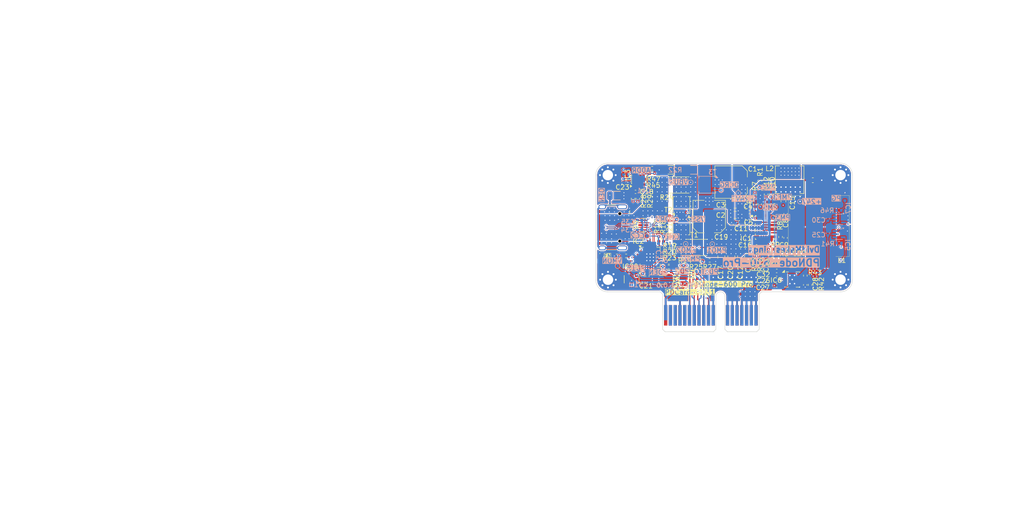
<source format=kicad_pcb>
(kicad_pcb (version 20241229) (generator "pcbnew") (generator_version "9.0")
  (title_block (date "2024-04-13") (rev "${REVISION}") (company "${COMPANY}"))
  (layers (0 "F.Cu" signal "L1 (Sig, PWR)") (4 "In1.Cu" power "L2 (GND)") (6 "In2.Cu" signal "L3 (Sig, PWR)") (8 "In3.Cu" signal "L4 (Sig, PWR)") (10 "In4.Cu" power "L5 (GND)") (2 "B.Cu" signal "L6 (Sig, PWR)") (13 "F.Paste" user) (15 "B.Paste" user) (5 "F.SilkS" user "F.Silkscreen") (7 "B.SilkS" user "B.Silkscreen") (1 "F.Mask" user) (3 "B.Mask" user) (25 "Edge.Cuts" user))
  (property "ASSEMBLY_NOTES" "ASSEMBLY NOTES")
  (property "BOARD_NAME" "PDCard-5031")
  (property "COMPANY" "DvidMakesThings")
  (property "DESIGNER" "David Sipos")
  (property "FABRICATION_NOTES" "FABRICATION NOTES")
  (property "GIT_HASH_PCB" "")
  (property "GIT_HASH_SCH" "")
  (property "GIT_URL" "")
  (property "PROJECT_NAME" "PDNode-600")
  (property "RELEASE_BODY_1.0.0" "")
  (property "RELEASE_BODY_1.0.1" "")
  (property "RELEASE_BODY_1.0.2" "")
  (property "RELEASE_BODY_1.1.0" "")
  (property "RELEASE_BODY_UNRELEASED" "")
  (property "RELEASE_DATE_NUM" "2026-02-05")
  (property "RELEASE_TITLE_1.0.0" "")
  (property "RELEASE_TITLE_1.0.1" "")
  (property "RELEASE_TITLE_1.0.2" "")
  (property "RELEASE_TITLE_1.1.0" "")
  (property "RELEASE_TITLE_UNRELEASED" "")
  (property "REVIEWER" "")
  (property "REVISION" "1.0.0")
  (property "SHEET_NAME_1" "Cover Page")
  (property "SHEET_NAME_10" "......................................")
  (property "SHEET_NAME_11" "......................................")
  (property "SHEET_NAME_12" "......................................")
  (property "SHEET_NAME_13" "......................................")
  (property "SHEET_NAME_14" "......................................")
  (property "SHEET_NAME_15" "......................................")
  (property "SHEET_NAME_16" "......................................")
  (property "SHEET_NAME_17" "......................................")
  (property "SHEET_NAME_18" "......................................")
  (property "SHEET_NAME_19" "......................................")
  (property "SHEET_NAME_2" "Block Diagram")
  (property "SHEET_NAME_20" "......................................")
  (property "SHEET_NAME_3" "Project Architecture")
  (property "SHEET_NAME_4" "Adjustable 5A Buck Converter")
  (property "SHEET_NAME_5" "USB-PD Source Controller")
  (property "SHEET_NAME_6" "Board Connector and Supplies")
  (property "SHEET_NAME_7" "Power - Sequencing")
  (property "SHEET_NAME_8" "Revision History")
  (property "SHEET_NAME_9" "......................................")
  (property "VARIANT" "Pro")
  (net 0 "")
  (net 1 "+24V")
  (net 2 "GND")
  (net 3 "+24V_FILTERED")
  (net 4 "/Project Architecture/Adjustable 5A Buck Converter/SW1")
  (net 5 "+3.54V")
  (net 6 "/Project Architecture/Adjustable 5A Buck Converter/SW2")
  (net 7 "+3.3V")
  (net 8 "/Project Architecture/Adjustable 5A Buck Converter/PMIC_VOUT")
  (net 9 "/Project Architecture/Adjustable 5A Buck Converter/ISEN-")
  (net 10 "SHIELD")
  (net 11 "+5V")
  (net 12 "/Project Architecture/Adjustable 5A Buck Converter/ISEN+")
  (net 13 "Net-(D1-Pad2)")
  (net 14 "+5VA")
  (net 15 "Net-(C8-Pad1)")
  (net 16 "Net-(IC5-Y)")
  (net 17 "/Project Architecture/USB-PD Source Controller/VBUS_MEA_P")
  (net 18 "/Project Architecture/USB-PD Source Controller/VBUS_MEA_N")
  (net 19 "/Project Architecture/Board Connector and Supplies/BIAS")
  (net 20 "Net-(IC3-A0)")
  (net 21 "Net-(IC3-A1)")
  (net 22 "/Project Architecture/Board Connector and Supplies/SS")
  (net 23 "Net-(C9-Pad2)")
  (net 24 "/Project Architecture/USB-PD Source Controller/VDD_PD")
  (net 25 "Net-(IC1-IMON)")
  (net 26 "/Project Architecture/USB-PD Source Controller/USB_D+")
  (net 27 "PGOOD_3V3")
  (net 28 "Net-(JP1-C)")
  (net 29 "/Project Architecture/USB-PD Source Controller/USB_D-")
  (net 30 "/Project Architecture/USB-PD Source Controller/CC2")
  (net 31 "/Project Architecture/USB-PD Source Controller/CC1")
  (net 32 "/Project Architecture/USB-PD Source Controller/VBUS_MEA")
  (net 33 "/Project Architecture/USB-PD Source Controller/DISCHRG")
  (net 34 "/Project Architecture/Adjustable 5A Buck Converter/PD_SCL")
  (net 35 "/Project Architecture/Adjustable 5A Buck Converter/PD_ADD")
  (net 36 "/Project Architecture/Adjustable 5A Buck Converter/PMIC_ENABLE")
  (net 37 "/Project Architecture/Adjustable 5A Buck Converter/PM_FB")
  (net 38 "/Project Architecture/Adjustable 5A Buck Converter/PD_SDA")
  (net 39 "Net-(IC7-Y)")
  (net 40 "/Project Architecture/Adjustable 5A Buck Converter/PD_ALT")
  (net 41 "/Project Architecture/USB-PD Source Controller/PD_CC1")
  (net 42 "Net-(IC1-BST1)")
  (net 43 "/Project Architecture/USB-PD Source Controller/PD_CC2")
  (net 44 "/Project Architecture/USB-PD Source Controller/VDRV")
  (net 45 "Net-(IC1-BST2)")
  (net 46 "/Project Architecture/USB-PD Source Controller/I2C_SDCL")
  (net 47 "/Project Architecture/USB-PD Source Controller/PD_ATTACH")
  (net 48 "/Project Architecture/USB-PD Source Controller/I2C_SDA")
  (net 49 "Net-(IC2-GPIO2)")
  (net 50 "/Project Architecture/USB-PD Source Controller/PD_ENABLE")
  (net 51 "/Project Architecture/Board Connector and Supplies/FB")
  (net 54 "/Project Architecture/USB-PD Source Controller/VBUS")
  (net 55 "/Project Architecture/Board Connector and Supplies/SPI_CS")
  (net 56 "/Project Architecture/Board Connector and Supplies/PD_IRQ")
  (net 59 "/Project Architecture/Board Connector and Supplies/SPI_CLK")
  (net 60 "/Project Architecture/Board Connector and Supplies/PD_RESET")
  (net 61 "/Project Architecture/Board Connector and Supplies/SPI_MISO")
  (net 62 "/Project Architecture/Board Connector and Supplies/PORT_EN")
  (net 63 "/Project Architecture/Board Connector and Supplies/VBUS_VMON_PORT0")
  (net 64 "/Project Architecture/Board Connector and Supplies/PMIC_VMON_PORT0")
  (net 65 "/Project Architecture/Board Connector and Supplies/SPI_MOSI")
  (net 66 "Net-(PMFB1-Pad1)")
  (net 67 "/Project Architecture/USB-PD Source Controller/V_PMIC_OUT")
  (net 68 "Net-(R10-Pad1)")
  (net 69 "/Project Architecture/USB-PD Source Controller/T3T4DS")
  (net 70 "/Project Architecture/USB-PD Source Controller/DCHP")
  (net 71 "Net-(D2-Pad2)")
  (net 72 "Net-(D4-Pad2)")
  (footprint "MountingHole:MountingHole_2.2mm_M2_Pad_Via" (layer "F.Cu") (at 195 65.5 90)
    (property "Reference" "H3" (hide yes))
    (property "Value" "MountingHole_Pad")
  )
  (footprint "DS_Inductor:7443551470" (layer "F.Cu") (at 190.35 77.025 -90)
    (property "Reference" "L1")
    (property "Value" "4.7uH 13A" (hide yes))
  )
  (footprint "Capacitor_SMD:C_0402_1005Metric" (layer "F.Cu") (at 173.7 75.425 180)
    (property "Reference" "C5")
    (property "Value" "100nF 50V")
  )
  (footprint "Resistor_SMD:R_0402_1005Metric" (layer "F.Cu") (at 182.4 74.175 -90)
    (property "Reference" "R8")
    (property "Value" "0R 1%")
  )
  (footprint "MountingHole:MountingHole_2.2mm_M2_Pad_Via" (layer "F.Cu") (at 146.089229 65.503314 90)
    (property "Reference" "H1" (hide yes))
    (property "Value" "MountingHole_Pad")
  )
  (footprint "DS_Peripherals:QFN-20-1EP_4x4mm_P0.5mm_EP2x2mm_ThermalVias" (layer "F.Cu") (at 154.975 82.795)
    (property "Reference" "IC2")
    (property "Value" "MPQ5031GRE-0001-AEC1-Z")
  )
  (footprint "Resistor_SMD:R_0402_1005Metric" (layer "F.Cu") (at 179.35 69.575 90)
    (property "Reference" "R12")
    (property "Value" "22R 1%")
  )
  (footprint "Resistor_SMD:R_0402_1005Metric" (layer "F.Cu") (at 187.6 86.65 -90)
    (property "Reference" "R43")
    (property "Value" "7.5K 1%")
  )
  (footprint "Capacitor_SMD:C_1206_3216Metric" (layer "F.Cu") (at 185 84.025 180)
    (property "Reference" "C29")
    (property "Value" "10uF 50V")
  )
  (footprint "Capacitor_SMD:C_0805_2012Metric" (layer "F.Cu") (at 172.85 73.875 180)
    (property "Reference" "C2")
    (property "Value" "10uF 50V")
  )
  (footprint "Resistor_SMD:R_0402_1005Metric" (layer "F.Cu") (at 182.4 78.525 90)
    (property "Reference" "R9")
    (property "Value" "0R 1%")
  )
  (footprint "Resistor_SMD:R_0402_1005Metric" (layer "F.Cu") (at 156.8 78.915 90)
    (property "Reference" "R17")
    (property "Value" "2.2R 1%")
  )
  (footprint "Resistor_SMD:R_0402_1005Metric" (layer "F.Cu") (at 152.4 70.485 90)
    (property "Reference" "R29")
    (property "Value" "1R 1%")
  )
  (footprint "Resistor_SMD:R_0402_1005Metric" (layer "F.Cu") (at 158.9 84.845 180)
    (property "Reference" "R20")
    (property "Value" "100K 1%")
  )
  (footprint "Package_TO_SOT_SMD:SOT-23-5" (layer "F.Cu") (at 151.092481 87.415361 -90)
    (property "Reference" "IC20")
    (property "Value" "24AA02E-OT")
  )
  (footprint "DS_Connector:USB_C_Receptacle_HCTL_HC-TYPE-C-16P-01A" (layer "F.Cu") (at 146 76.5 -90)
    (property "Reference" "J1" (hide yes))
    (property "Value" "USB-TYPE-C-018")
  )
  (footprint "Resistor_SMD:R_0402_1005Metric" (layer "F.Cu") (at 155.41 65.125 180)
    (property "Reference" "R45")
    (property "Value" "2.4K 1%")
  )
  (footprint "MountingHole:MountingHole_2.2mm_M2_Pad_Via" (layer "F.Cu") (at 146.119995 87.507534 90)
    (property "Reference" "H2" (hide yes))
    (property "Value" "MountingHole_Pad")
  )
  (footprint "Resistor_SMD:R_2512_6332Metric" (layer "F.Cu") (at 164.8 80.725 180)
    (property "Reference" "R14")
    (property "Value" "0.005R 1% 2W")
  )
  (footprint "Capacitor_SMD:C_0805_2012Metric" (layer "F.Cu") (at 172.85 71.725 180)
    (property "Reference" "C3")
    (property "Value" "10uF 50V")
  )
  (footprint "DS_Vreg:QFN-19_4X5mm_MPQ4232" (layer "F.Cu") (at 179.1 76.525)
    (property "Reference" "IC1")
    (property "Value" "MPQ4232GVE-0000-AEC1-P" (hide yes))
  )
  (footprint "Capacitor_SMD:C_0603_1608Metric" (layer "F.Cu") (at 189.175 66.575)
    (property "Reference" "C14" (hide yes))
    (property "Value" "4.7uF 25V")
  )
  (footprint "Resistor_SMD:R_0402_1005Metric" (layer "F.Cu") (at 145.95 83.575)
    (property "Reference" "R49" (hide yes))
    (property "Value" "1K 1%")
  )
  (footprint "Capacitor_SMD:C_0402_1005Metric" (layer "F.Cu") (at 178.05 71.605 90)
    (property "Reference" "C7" (hide yes))
    (property "Value" "1uF 50V")
  )
  (footprint "DS_Connector:BUS_PCIexpress_x1" (layer "F.Cu") (at 158.25 95)
    (property "Reference" "J2" (hide yes))
    (property "Value" "PCIE EDGE CONNECTOR")
  )
  (footprint "Capacitor_SMD:C_0402_1005Metric" (layer "F.Cu") (at 151.91 69.025)
    (property "Reference" "C18")
    (property "Value" "100nF 50V")
  )
  (footprint "Jumper:SolderJumper-3_P1.3mm_Open_Pad1.0x1.5mm" (layer "F.Cu") (at 162.1 87.025 -90)
    (property "Reference" "JP1" (hide yes))
    (property "Value" "SolderJumper_3_Open")
  )
  (footprint "Capacitor_SMD:C_0402_1005Metric" (layer "F.Cu") (at 187.575 88.6 -90)
    (property "Reference" "C28")
    (property "Value" "2.2nF 50V")
  )
  (footprint "Resistor_SMD:R_0402_1005Metric" (layer "F.Cu") (at 180.85 81.625 90)
    (property "Reference" "R4")
    (property "Value" "2.2K 1%")
  )
  (footprint "Resistor_SMD:R_0402_1005Metric" (layer "F.Cu") (at 158.9 83.845 180)
    (property "Reference" "R19")
    (property "Value" "100K 1%")
  )
  (footprint "DS_Vreg:VSON-10-1EP_3x3mm_P0.5mm_EP1.65x2.4mm_ThermalVias" (layer "F.Cu") (at 184.85 87.475)
    (property "Reference" "IC6")
    (property "Value" "TPS74801DRCT")
  )
  (footprint "Resistor_SMD:R_0402_1005Metric" (layer "F.Cu") (at 178.05 66.675 -90)
    (property "Reference" "R1")
    (property "Value" "100K 1%")
  )
  (footprint "Capacitor_SMD:C_1206_3216Metric" (layer "F.Cu") (at 148 69.82 180)
    (property "Reference" "C23")
    (property "Value" "1nF 2kV")
  )
  (footprint "Capacitor_SMD:C_0402_1005Metric" (layer "F.Cu") (at 175.6 81.975 -90)
    (property "Reference" "C10")
    (property "Value" "100nF 50V")
  )
  (footprint "Resistor_SMD:R_0402_1005Metric" (layer "F.Cu") (at 177.829654 81.979415 -90)
    (property "Reference" "R16")
    (property "Value" "1R 1%")
  )
  (footprint "Capacitor_SMD:C_1206_3216Metric" (layer "F.Cu") (at 157.6 87.545)
    (property "Reference" "C21")
    (property "Value" "4.7uF 50V")
  )
  (footprint "Resistor_SMD:R_0402_1005Metric" (layer "F.Cu") (at 164.941952 86.77227 90)
    (property "Reference" "R37" (hide yes))
    (property "Value" "10K 1%")
  )
  (footprint "Resistor_SMD:R_0402_1005Metric" (layer "F.Cu") (at 188.6 88.6 -90)
    (property "Reference" "R42")
    (property "Value" "2.4K 1%")
  )
  (footprint "Resistor_SMD:R_0402_1005Metric" (layer "F.Cu") (at 158.9 85.845 180)
    (property "Reference" "R23")
    (property "Value" "100K 1%")
  )
  (footprint "Capacitor_SMD:C_0402_1005Metric" (layer "F.Cu") (at 183.45 78.705 -90)
    (property "Reference" "C9")
    (property "Value" "220nF 50V")
  )
  (footprint "Capacitor_SMD:C_0402_1005Metric" (layer "F.Cu") (at 175.85 73.275)
    (property "Reference" "C4")
    (property "Value" "100nF 50V")
  )
  (footprint "Resistor_SMD:R_0402_1005Metric" (layer "F.Cu") (at 165.5 83.425)
    (property "Reference" "R25")
    (property "Value" "90.9K 1%")
  )
  (footprint "DS_FET:Diodes_PowerDI3333-8" (layer "F.Cu") (at 161.565 76.295 -90)
    (property "Reference" "T1")
    (property "Value" "DMN4008LFG-7")
  )
  (footprint "Capacitor_SMD:C_0402_1005Metric" (layer "F.Cu") (at 178.85 81.625 -90)
    (property "Reference" "C13")
    (property "Value" "100pF 50V")
  )
  (footprint "Resistor_SMD:R_0402_1005Metric" (layer "F.Cu") (at 180.4 69.575 -90)
    (property "Reference" "R10")
    (property "Value" "90.9K 1%")
  )
  (footprint "DS_Capacitor:C_Elec_6.3x7.7" (layer "F.Cu") (at 172 66.975 180)
    (property "Reference" "C1")
    (property "Value" "100uF 50V")
  )
  (footprint "Capacitor_SMD:C_0402_1005Metric" (layer "F.Cu") (at 181.575 88.725 180)
    (property "Reference" "C27")
    (property "Value" "1uF 50V")
  )
  (footprint "Capacitor_SMD:C_1206_3216Metric" (layer "F.Cu") (at 164.195646 64.383701)
    (property "Reference" "C39" (hide yes))
    (property "Value" "4.7uF 50V")
  )
  (footprint "Capacitor_SMD:C_0402_1005Metric" (layer "F.Cu") (at 183.45 73.655 -90)
    (property "Reference" "C8")
    (property "Value" "220nF 50V")
  )
  (footprint "Capacitor_SMD:C_0805_2012Metric" (layer "F.Cu") (at 174.1 82.725 -90)
    (property "Reference" "C12")
    (property "Value" "10uF 50V")
  )
  (footprint "LED_SMD:LED_0402_1005Metric" (layer "F.Cu") (at 144.4 83.09 -90)
    (property "Reference" "D1" (hide yes))
    (property "Value" "Green")
  )
  (footprint "Resistor_SMD:R_0402_1005Metric" (layer "F.Cu") (at 149.94 82.50175 180)
    (property "Reference" "R52" (hide yes))
    (property "Value" "90.9K 1%")
  )
  (footprint "Resistor_SMD:R_0402_1005Metric" (layer "F.Cu") (at 178.05 68.625 -90)
    (property "Reference" "R2" (hide yes))
    (property "Value" "100K 1%")
  )
  (footprint "Capacitor_SMD:C_0805_2012Metric" (layer "F.Cu") (at 172.05 82.725 -90)
    (property "Reference" "C20")
    (property "Value" "10nF 50V")
  )
  (footprint "Capacitor_SMD:C_0402_1005Metric" (layer "F.Cu") (at 154.4 86.745 -90)
    (property "Reference" "C22" (hide yes))
    (property "Value" "100nF 50V")
  )
  (footprint "Capacitor_SMD:C_0402_1005Metric" (layer "F.Cu") (at 177.35 80.475)
    (property "Reference" "C16")
    (property "Value" "1uF 50V")
  )
  (footprint "Resistor_SMD:R_0402_1005Metric" (layer "F.Cu") (at 181.85 81.625 90)
    (property "Reference" "R5")
    (property "Value" "2.2K 1%")
  )
  (footprint "Capacitor_SMD:C_0402_1005Metric" (layer "F.Cu") (at 181.575 86.4 180)
    (property "Reference" "C26")
    (property "Value" "1uF 50V")
  )
  (footprint "Capacitor_SMD:C_1206_3216Metric" (layer "F.Cu") (at 159.45 64.375 180)
    (property "Reference" "C38" (hide yes))
    (property "Value" "4.7uF 50V")
  )
  (footprint "Capacitor_SMD:C_0402_1005Metric" (layer "F.Cu") (at 172.1 75.925 90)
    (property "Reference" "C11")
    (property "Value" "100nF 50V")
  )
  (footprint "Capacitor_SMD:C_0402_1005Metric" (layer "F.Cu") (at 181.07 72.225 180)
    (property "Reference" "C6" (hide yes))
    (property "Value" "1uF 50V")
  )
  (footprint "DS_Capacitor:C_Elec_6.3x7.7" (layer "F.Cu") (at 167.4 74.225 90)
    (property "Reference" "C19")
    (property "Value" "100uF 50V")
  )
  (footprint "DS_Peripherals:SOT-23-8" (layer "F.Cu") (at 152.625 66.3875 90)
    (property "Reference" "IC3")
    (property "Value" "INA219BIDCNT")
  )
  (footprint "Resistor_SMD:R_0402_1005Metric" (layer "F.Cu") (at 159.05 74.575 -90)
    (property "Reference" "R21")
    (property "Value" "100K 1%")
  )
  (footprint "Resistor_SMD:R_0402_1005Metric" (layer "F.Cu") (at 151.4 70.485 90)
    (property "Reference" "R28")
    (property "Value" "1R 1%")
  )
  (footprint "Resistor_SMD:R_0402_1005Metric" (layer "F.Cu") (at 147.99 82.50175 180)
    (property "Reference" "R53" (hide yes))
    (property "Value" "10K 1%")
  )
  (footprint "Resistor_SMD:R_0402_1005Metric" (layer "F.Cu") (at 167.5 83.425)
    (property "Reference" "R27")
    (property "Value" "10K 1%")
  )
  (footprint "DS_FET:Diodes_PowerDI3333-8" (layer "F.Cu") (at 161.565 71.795 90)
    (property "Reference" "T2")
    (property "Value" "DMN4008LFG-7")
  )
  (footprint "Resistor_SMD:R_0402_1005Metric" (layer "F.Cu") (at 179.85 81.625 90)
    (property "Reference" "R6")
    (property "Value" "10K 1%")
  )
  (footprint "Resistor_SMD:R_0402_1005Metric" (layer "F.Cu") (at 179.597544 71.670065 -90)
    (property "Reference" "R13" (hide yes))
    (property "Value" "51K 1%")
  )
  (footprint "Resistor_SMD:R_0402_1005Metric" (layer "F.Cu") (at 177.036657 71.605 90)
    (property "Reference" "R3")
    (property "Value" "0R 1%")
  )
  (footprint "DS_Diode:USON10_2.5x1" (layer "F.Cu") (at 153.6 76.025 180)
    (property "Reference" "D5")
    (property "Value" "TPD4EUSB30DQAR")
  )
  (footprint "Resistor_SMD:R_0402_1005Metric" (layer "F.Cu") (at 155.41 64.05 180)
    (property "Reference" "R47")
    (property "Value" "2.4K 1%")
  )
  (footprint "Resistor_SMD:R_0402_1005Metric" (layer "F.Cu") (at 157.8 78.925 90)
    (property "Reference" "R18")
    (property "Value" "2.2R 1%")
  )
  (footprint "Resistor_SMD:R_0402_1005Metric" (layer "F.Cu") (at 177 69.675 -90)
    (property "Reference" "R7")
    (property "Value" "0R 1%")
  )
  (footprint "Resistor_SMD:R_0402_1005Metric" (layer "F.Cu") (at 181.07 71.125)
    (property "Reference" "R11" (hide yes))
    (property "Value" "10K 1%")
  )
  (footprint "Resistor_SMD:R_2512_6332Metric" (layer "F.Cu") (at 161 67.575 180)
    (property "Reference" "R24")
    (property "Value" "0.005R 1% 2W")
  )
  (footprint "LED_SMD:LED_0402_1005Metric" (layer "F.Cu") (at 144.65 69.7425 -90)
    (property "Reference" "D2" (hide yes))
    (property "Value" "Blue")
  )
  (footprint "Capacitor_SMD:C_0603_1608Metric" (layer "F.Cu") (at 183 71.025 -90)
    (property "Reference" "C15")
    (property "Value" "4.7uF 25V")
  )
  (footprint "DS_Inductor:5.5x5.3mm_XAL5030-222MEC" (layer "F.Cu") (at 184.3 66.625 90)
    (property "Reference" "L2")
    (property "Value" "2.2uH 9.7A")
  )
  (footprint "Resistor_SMD:R_0402_1005Metric" (layer "F.Cu") (at 176.868142 81.97563 -90)
    (property "Reference" "R15")
    (property "Value" "1R 1%")
  )
  (footprint "Capacitor_SMD:C_0402_1005Metric" (layer "F.Cu") (at 153.4 86.745 -90)
    (property "Reference" "C33" (hide yes))
    (property "Value" "470nF 50V")
  )
  (footprint "MountingHole:MountingHole_2.2mm_M2_Pad_Via" (layer "F.Cu") (at 195 87.5 90)
    (property "Reference" "H4" (hide yes))
    (property "Value" "MountingHole_Pad")
  )
  (footprint "Capacitor_SMD:C_0805_2012Metric" (layer "F.Cu") (at 169.95 82.725 -90)
    (property "Reference" "C17")
    (property "Value" "4.7uF 50V")
  )
  (footprint "Capacitor_SMD:C_0402_1005Metric" (layer "F.Cu") (at 181.6 84.925 180)
    (property "Reference" "C32")
    (property "Value" "100nF 50V")
  )
  (footprint "Resistor_SMD:R_0402_1005Metric" (layer "B.Cu") (at 150.45 66.825 -90)
    (property "Reference" "R35" (hide yes))
    (property "Value" "10K 1%")
  )
  (footprint "DS_Test:TestPoint_0.6mm" (layer "B.Cu") (at 180.35 70.075 180)
    (property "Reference" "PMFB1" (hide yes))
    (property "Value" "~")
  )
  (footprint "Capacitor_SMD:C_0402_1005Metric" (layer "B.Cu") (at 152.78 75.025)
    (property "Reference" "C35")
    (property "Value" "1nF 50V")
  )
  (footprint "DS_Test:TestPoint_0.6mm" (layer "B.Cu") (at 169.9 68.675 180)
    (property "Reference" "DCRG1" (hide yes))
    (property "Value" "~")
  )
  (footprint "DS_Test:TestPoint_0.6mm" (layer "B.Cu") (at 163.2 74.775 180)
    (property "Reference" "VSS1" (hide yes))
    (property "Value" "~")
  )
  (footprint "Capacitor_SMD:C_0402_1005Metric" (layer "B.Cu") (at 156.75 80.395 -90)
    (property "Reference" "C37")
    (property "Value" "390pF 50V")
  )
  (footprint "Capacitor_SMD:C_0402_1005Metric" (layer "B.Cu") (at 153.67 67.475 180)
    (property "Reference" "C41")
    (property "Value" "100nF 50V")
  )
  (footprint "DS_Test:TestPoint_0.6mm" (layer "B.Cu") (at 165.95 83.675 180)
    (property "Reference" "PMON1" (hide yes))
    (property "Value" "~")
  )
  (footprint "DS_Test:TestPoint_0.6mm" (layer "B.Cu") (at 164.7 85.725 180)
    (property "Reference" "PDAT1" (hide yes))
    (property "Value" "~")
  )
  (footprint "Capacitor_SMD:C_0402_1005Metric" (layer "B.Cu") (at 157.75 80.375 -90)
    (property "Reference" "C36")
    (property "Value" "390pF 50V")
  )
  (footprint "Resistor_SMD:R_0402_1005Metric" (layer "B.Cu") (at 194.69 79.825)
    (property "Reference" "R41")
    (property "Value" "1K 1%")
  )
  (footprint "DS_Test:TestPoint_0.6mm" (layer "B.Cu") (at 162 84.525 180)
    (property "Reference" "PD5" (hide yes))
    (property "Value" "~")
  )
  (footprint "Capacitor_SMD:C_0402_1005Metric" (layer "B.Cu") (at 151.1 88.125 90)
    (property "Reference" "C31")
    (property "Value" "100nF 50V")
  )
  (footprint "Capacitor_SMD:C_0402_1005Metric" (layer "B.Cu") (at 152.78 76.995)
    (property "Reference" "C34")
    (property "Value" "1nF 50V")
  )
  (footprint "Capacitor_SMD:C_0402_1005Metric" (layer "B.Cu") (at 192.325 74.6325 90)
    (property "Reference" "C30")
    (property "Value" "100nF 50V")
  )
  (footprint "Resistor_SMD:R_0402_1005Metric" (layer "B.Cu") (at 150.45 64.885 -90)
    (property "Reference" "R33" (hide yes))
    (property "Value" "10K 1%")
  )
  (footprint "Resistor_SMD:R_0402_1005Metric" (layer "B.Cu") (at 194.65 72.925)
    (property "Reference" "R46")
    (property "Value" "1K 1%")
  )
  (footprint "Resistor_SMD:R_1206_3216Metric" (layer "B.Cu") (at 148 69.825 180)
    (property "Reference" "R26" (hide yes))
    (property "Value" "1M 1%")
  )
  (footprint "Resistor_SMD:R_0402_1005Metric" (layer "B.Cu") (at 149.41 66.825 -90)
    (property "Reference" "R34" (hide yes))
    (property "Value" "10K 1%")
  )
  (footprint "DS_Test:TestPoint_0.6mm" (layer "B.Cu") (at 153.45 86.225 180)
    (property "Reference" "PD18" (hide yes))
    (property "Value" "~")
  )
  (footprint "DS_Test:TestPoint_0.6mm" (layer "B.Cu") (at 148.15 84.625 180)
    (property "Reference" "VMON1" (hide yes))
    (property "Value" "~")
  )
  (footprint "DS_Test:TestPoint_0.6mm" (layer "B.Cu") (at 157.75 78.475 180)
    (property "Reference" "CC2" (hide yes))
    (property "Value" "~")
  )
  (footprint "DS_Peripherals:SOT-363_SC-70-6" (layer "B.Cu") (at 194.7375 74.84 180)
    (property "Reference" "IC7")
    (property "Value" "SN74LVC1G97QDCKRQ1")
  )
  (footprint "DS_Test:TestPoint_0.6mm" (layer "B.Cu") (at 178.2 72.225 180)
    (property "Reference" "PM5" (hide yes))
    (property "Value" "~")
  )
  (footprint "LED_SMD:LED_0402_1005Metric" (layer "B.Cu") (at 195.9 70.375 -90)
    (property "Reference" "D4" (hide yes))
    (property "Value" "Blue")
  )
  (footprint "DS_Test:TestPoint_0.6mm" (layer "B.Cu") (at 173.5 69.275 180)
    (property "Reference" "V24F1" (hide yes))
    (property "Value" "~")
  )
  (footprint "DS_Test:TestPoint_0.6mm" (layer "B.Cu") (at 180.85 74.425 180)
    (property "Reference" "PM3" (hide yes))
    (property "Value" "~")
  )
  (footprint "Capacitor_SMD:C_0402_1005Metric" (layer "B.Cu") (at 192.325 77.7125 90)
    (property "Reference" "C25")
    (property "Value" "100nF 50V")
  )
  (footprint "DS_Test:TestPoint_0.6mm" (layer "B.Cu") (at 154.3 78.325 180)
    (property "Reference" "CC1" (hide yes))
    (property "Value" "~")
  )
  (footprint "DS_Test:TestPoint_0.6mm" (layer "B.Cu") (at 163.5 67.025 180)
    (property "Reference" "VBUS1" (hide yes))
    (property "Value" "~")
  )
  (footprint "Resistor_SMD:R_0402_1005Metric" (layer "B.Cu") (at 149.4 64.885 -90)
    (property "Reference" "R32" (hide yes))
    (property "Value" "10K 1%")
  )
  (footprint "Resistor_SMD:R_1206_3216Metric" (layer "B.Cu") (at 164.195646 64.383701)
    (property "Reference" "R22")
    (property "Value" "100R 1%")
  )
  (footprint "DS_Test:TestPoint_0.6mm" (layer "B.Cu") (at 162.45 79.975 180)
    (property "Reference" "PMO2" (hide yes))
    (property "Value" "~")
  )
  (footprint "DS_FET:Diodes_PowerDI3333-8" (layer "B.Cu") (at 167 67.525 180)
    (property "Reference" "T3")
    (property "Value" "DMN4008LFG-7")
  )
  (footprint "DS_Test:TestPoint_0.6mm" (layer "B.Cu") (at 178 68.075 180)
    (property "Reference" "PME1" (hide yes))
    (property "Value" "~")
  )
  (footprint "DS_Test:TestPoint_0.6mm" (layer "B.Cu") (at 160.5 74.825 180)
    (property "Reference" "VDRV1" (hide yes))
    (property "Value" "~")
  )
  (footprint "DS_Test:TestPoint_0.6mm" (layer "B.Cu") (at 186.5 71.075 180)
    (property "Reference" "V24" (hide yes))
    (property "Value" "~")
  )
  (footprint "DS_Test:TestPoint_0.6mm" (layer "B.Cu") (at 157.65 84.725 180)
    (property "Reference" "PDEN1" (hide yes))
    (property "Value" "~")
  )
  (footprint "DS_Test:TestPoint_0.6mm" (layer "B.Cu") (at 168.05 80.025 180)
    (property "Reference" "PMO1" (hide yes))
    (property "Value" "~")
  )
  (footprint "DS_Peripherals:SOT-363_SC-70-6" (layer "B.Cu") (at 194.6875 77.925 180)
    (property "Reference" "IC5")
    (property "Value" "SN74LVC1G97QDCKRQ1")
  )
  (gr_line (start 170.7 97.95) (end 170.7 91) (stroke (width 0.1)) (layer "Edge.Cuts"))
  (gr_arc (start 169.75 90.05) (mid 170.421751 90.328249) (end 170.7 91) (stroke (width 0.1)) (layer "Edge.Cuts"))
  (gr_line (start 168.8 91) (end 168.8 97.95) (stroke (width 0.1)) (layer "Edge.Cuts"))
  (gr_line (start 177.4 98.45) (end 171.2 98.45) (stroke (width 0.1)) (layer "Edge.Cuts"))
  (gr_line (start 177.9 90.55) (end 178.4 90.05) (stroke (width 0.1)) (layer "Edge.Cuts"))
  (gr_arc (start 146.075 90.05) (mid 144.307233 89.317767) (end 143.575 87.55) (stroke (width 0.1)) (layer "Edge.Cuts"))
  (gr_line (start 157.6 97.95) (end 157.6 90.55) (stroke (width 0.1)) (layer "Edge.Cuts"))
  (gr_arc (start 195 63) (mid 196.767767 63.732233) (end 197.5 65.5) (stroke (width 0.1)) (layer "Edge.Cuts"))
  (gr_line (start 146.075 90.05) (end 157.1 90.05) (stroke (width 0.1)) (layer "Edge.Cuts"))
  (gr_line (start 146.075 63) (end 195 63) (stroke (width 0.1)) (layer "Edge.Cuts"))
  (gr_line (start 168.8 97.95) (end 168.3 98.45) (stroke (width 0.1)) (layer "Edge.Cuts"))
  (gr_line (start 158.1 98.45) (end 157.6 97.95) (stroke (width 0.1)) (layer "Edge.Cuts"))
  (gr_line (start 157.6 90.55) (end 157.1 90.05) (stroke (width 0.1)) (layer "Edge.Cuts"))
  (gr_line (start 195 90.05) (end 178.4 90.05) (stroke (width 0.1)) (layer "Edge.Cuts"))
  (gr_line (start 177.9 97.95) (end 177.9 90.55) (stroke (width 0.1)) (layer "Edge.Cuts"))
  (gr_arc (start 143.575 65.5) (mid 144.307233 63.732233) (end 146.075 63) (stroke (width 0.1)) (layer "Edge.Cuts"))
  (gr_line (start 168.3 98.45) (end 158.1 98.45) (stroke (width 0.1)) (layer "Edge.Cuts"))
  (gr_line (start 197.5 65.5) (end 197.5 87.55) (stroke (width 0.1)) (layer "Edge.Cuts"))
  (gr_line (start 171.2 98.45) (end 170.7 97.95) (stroke (width 0.1)) (layer "Edge.Cuts"))
  (gr_line (start 177.9 97.95) (end 177.4 98.45) (stroke (width 0.1)) (layer "Edge.Cuts"))
  (gr_line (start 143.575 87.55) (end 143.575 65.5) (stroke (width 0.1)) (layer "Edge.Cuts"))
  (gr_arc (start 168.8 91) (mid 169.078249 90.328249) (end 169.75 90.05) (stroke (width 0.1)) (layer "Edge.Cuts"))
  (gr_arc (start 197.5 87.55) (mid 196.767767 89.317767) (end 195 90.05) (stroke (width 0.1)) (layer "Edge.Cuts"))
  (gr_text "EN" (at 145.15 82.975 0) (layer "F.SilkS" knockout) (effects (font (size 0.8 0.8)) (justify left bottom)))
  (gr_text "PDNode-600 Pro" (at 163.410056 89.04483 0) (layer "F.SilkS" knockout) (effects (font (size 1 1)) (justify left bottom)))
  (gr_text "PDCard-5031" (at 158 90.725 0) (layer "F.SilkS" knockout) (effects (font (size 1 1)) (justify left bottom)))
  (gr_text "5V" (at 164.332017 87.418201 90) (layer "F.SilkS" knockout) (effects (font (size 0.9 0.9) (thickness 0.3) (bold yes)) (justify left bottom)))
  (gr_text "3V3" (at 161.030294 86.358427 90) (layer "F.SilkS" knockout) (effects (font (size 0.9 0.9) (thickness 0.3) (bold yes)) (justify right bottom)))
  (gr_text "PG" (at 195.213483 71.001207 0) (layer "B.SilkS" knockout) (effects (font (size 1 1)) (justify left bottom mirror)))
  (gr_text "CC1" (at 161.257706 79.080505 0) (layer "B.SilkS" knockout) (effects (font (size 1 1)) (justify left bottom mirror)))
  (gr_text "PDNode-600-Pro" (at 170.1 84.825 0) (layer "B.SilkS" knockout) (effects (font (size 1.5 1.5) (thickness 0.3) (bold yes)) (justify right bottom mirror)))
  (gr_text "PM3" (at 184.55 75.025 0) (layer "B.SilkS" knockout) (effects (font (size 1 1)) (justify left bottom mirror)))
  (gr_text "PMO1" (at 171.15 81.875 0) (layer "B.SilkS" knockout) (effects (font (size 1 1)) (justify left bottom mirror)))
  (gr_text "HWREV: 1.0.0" (at 156.2 89.275 0) (layer "B.SilkS") (effects (font (size 1 1)) (justify right bottom mirror)))
  (gr_text "PM5" (at 181.9 72.875 0) (layer "B.SilkS" knockout) (effects (font (size 1 1)) (justify left bottom mirror)))
  (gr_text "OEN" (at 145.4 68.1 90) (layer "B.SilkS" knockout) (effects (font (size 1 1)) (justify left bottom mirror)))
  (gr_text "DvidMakesThings" (at 175.5 81.875 0) (layer "B.SilkS" knockout) (effects (font (size 1.2 1.2) (thickness 0.3) (bold yes)) (justify right bottom mirror)))
  (gr_text "PMON" (at 165.674756 83.60731 0) (layer "B.SilkS" knockout) (effects (font (size 1 1)) (justify left bottom mirror)))
  (gr_text "VDRV" (at 160.036313 75.330311 0) (layer "B.SilkS" knockout) (effects (font (size 1 1)) (justify left bottom mirror)))
  (gr_text "+24VF" (at 177.1 71.075 0) (layer "B.SilkS" knockout) (effects (font (size 1 1)) (justify left bottom mirror)))
  (gr_text "PDAT" (at 169.45 86.425 0) (layer "B.SilkS" knockout) (effects (font (size 1 1)) (justify left bottom mirror)))
  (gr_text "PMO2" (at 164.75 81.825 0) (layer "B.SilkS" knockout) (effects (font (size 1 1)) (justify left bottom mirror)))
  (gr_text "DCRG" (at 173.72968 68.139573 0) (layer "B.SilkS" knockout) (effects (font (size 1 1)) (justify left bottom mirror)))
  (gr_text "ADDR" (at 155.1 65.075 0) (layer "B.SilkS" knockout) (effects (font (size 1 1)) (justify left bottom mirror)))
  (gr_text "VBUS" (at 162.995181 67.55468 0) (layer "B.SilkS" knockout) (effects (font (size 1 1)) (justify left bottom mirror)))
  (gr_text "PMFB" (at 184.9 70.725 0) (layer "B.SilkS" knockout) (effects (font (size 1 1)) (justify left bottom mirror)))
  (gr_text "CC2" (at 153.912143 78.891275 0) (layer "B.SilkS" knockout) (effects (font (size 1 1)) (justify left bottom mirror)))
  (gr_text "+24V" (at 191.1 71.675 0) (layer "B.SilkS" knockout) (effects (font (size 1 1)) (justify left bottom mirror)))
  (gr_text "VMON" (at 149.1 84.125 0) (layer "B.SilkS" knockout) (effects (font (size 1 1)) (justify left bottom mirror)))
  (gr_text "PDEN" (at 158.75 86.525 0) (layer "B.SilkS" knockout) (effects (font (size 1 1)) (justify left bottom mirror)))
  (gr_text "VSS" (at 166.55 75.375 0) (layer "B.SilkS" knockout) (effects (font (size 1 1)) (justify left bottom mirror)))
  (gr_text "PD18" (at 154.10088 85.690714 0) (layer "B.SilkS" knockout) (effects (font (size 1 1)) (justify left bottom mirror)))
  (gr_text "PD5" (at 163.338742 86.284208 0) (layer "B.SilkS" knockout) (effects (font (size 1 1)) (justify left bottom mirror)))
  (gr_text "PME" (at 181.6 68.725 0) (layer "B.SilkS" knockout) (effects (font (size 1 1)) (justify left bottom mirror)))
  (segment (start 186.5 67.525) (end 186.5 68.025) (width 0.35) (layer "F.Cu") (net 1))
  (segment (start 171.25 87.175) (end 171.25 89.025) (width 0.35) (layer "F.Cu") (net 1))
  (segment (start 168.25 95) (end 168.25 89.025) (width 0.35) (layer "F.Cu") (net 1))
  (segment (start 187.45 66.575) (end 186.5 67.525) (width 0.35) (layer "F.Cu") (net 1))
  (segment (start 173.25 87.175) (end 173.25 89.025) (width 0.35) (layer "F.Cu") (net 1))
  (segment (start 171.25 95) (end 171.25 89.025) (width 0.35) (layer "F.Cu") (net 1))
  (segment (start 172.25 95) (end 172.25 89.025) (width 0.35) (layer "F.Cu") (net 1))
  (segment (start 173.25 95) (end 173.25 89.025) (width 0.35) (layer "F.Cu") (net 1))
  (segment (start 168.25 89.025) (end 168.25 87.175) (width 0.35) (layer "F.Cu") (net 1))
  (segment (start 188.4 66.575) (end 187.45 66.575) (width 0.35) (layer "F.Cu") (net 1))
  (segment (start 172.25 87.175) (end 172.25 89.025) (width 0.35) (layer "F.Cu") (net 1))
  (via (at 168.25 87.025) (size 0.55) (drill 0.3) (layers "F.Cu" "B.Cu") (net 1))
  (via (at 184.5 70.025) (size 0.55) (drill 0.3) (layers "F.Cu" "B.Cu") (net 1))
  (via (at 175.25 87.025) (size 0.55) (drill 0.3) (layers "F.Cu" "B.Cu") (net 1))
  (via (at 185.75 81.025) (size 0.55) (drill 0.3) (layers "F.Cu" "B.Cu") (net 1))
  (via (at 182.5 69.025) (size 0.55) (drill 0.3) (layers "F.Cu" "B.Cu") (net 1))
  (via (at 170.25 89.025) (size 0.55) (drill 0.3) (layers "F.Cu" "B.Cu") (net 1))
  (via (at 169.3 89.025) (size 0.55) (drill 0.3) (layers "F.Cu" "B.Cu") (net 1))
  (via (at 186.5 69.025) (size 0.55) (drill 0.3) (layers "F.Cu" "B.Cu") (net 1))
  (via (at 183.75 81.025) (size 0.55) (drill 0.3) (layers "F.Cu" "B.Cu") (net 1))
  (via (at 181.5 68.025) (size 0.55) (drill 0.3) (layers "F.Cu" "B.Cu") (net 1))
  (via (at 185.5 68.025) (size 0.55) (drill 0.3) (layers "F.Cu" "B.Cu") (net 1))
  (via (at 186.5 68.025) (size 0.55) (drill 0.3) (layers "F.Cu" "B.Cu") (net 1))
  (via (at 185.5 70.025) (size 0.55) (drill 0.3) (layers "F.Cu" "B.Cu") (net 1))
  (via (at 185.75 82.025) (size 0.55) (drill 0.3) (layers "F.Cu" "B.Cu") (net 1))
  (via (at 171.25 88.025) (size 0.55) (drill 0.3) (layers "F.Cu" "B.Cu") (net 1))
  (via (at 182.75 81.025) (size 0.55) (drill 0.3) (layers "F.Cu" "B.Cu") (net 1))
  (via (at 181 83.025) (size 0.55) (drill 0.3) (layers "F.Cu" "B.Cu") (net 1))
  (via (at 178.25 88.025) (size 0.55) (drill 0.3) (layers "F.Cu" "B.Cu") (net 1))
  (via (at 184.5 68.025) (size 0.55) (drill 0.3) (layers "F.Cu" "B.Cu") (net 1))
  (via (at 173.25 87.025) (size 0.55) (drill 0.3) (layers "F.Cu" "B.Cu") (net 1))
  (via (at 173.25 88.025) (size 0.55) (drill 0.3) (layers "F.Cu" "B.Cu") (net 1))
  (via (at 168.25 89.025) (size 0.55) (drill 0.3) (layers "F.Cu" "B.Cu") (net 1))
  (via (at 186.75 82.025) (size 0.55) (drill 0.3) (layers "F.Cu" "B.Cu") (net 1))
  (via (at 183.5 68.025) (size 0.55) (drill 0.3) (layers "F.Cu" "B.Cu") (net 1))
  (via (at 169.3 87.025) (size 0.55) (drill 0.3) (layers "F.Cu" "B.Cu") (net 1))
  (via (at 183.75 82.025) (size 0.55) (drill 0.3) (layers "F.Cu" "B.Cu") (net 1))
  (via (at 174.25 88.025) (size 0.55) (drill 0.3) (layers "F.Cu" "B.Cu") (net 1))
  (via (at 177.25 88.025) (size 0.55) (drill 0.3) (layers "F.Cu" "B.Cu") (net 1))
  (via (at 171.25 89.025) (size 0.55) (drill 0.3) (layers "F.Cu" "B.Cu") (net 1))
  (via (at 182.5 68.025) (size 0.55) (drill 0.3) (layers "F.Cu" "B.Cu") (net 1))
  (via (at 185.5 71.025) (size 0.55) (drill 0.3) (layers "F.Cu" "B.Cu") (net 1))
  (via (at 173.25 89.025) (size 0.55) (drill 0.3) (layers "F.Cu" "B.Cu") (net 1))
  (via (at 179.25 89.025) (size 0.55) (drill 0.3) (layers "F.Cu" "B.Cu") (net 1))
  (via (at 185.5 69.025) (size 0.55) (drill 0.3) (layers "F.Cu" "B.Cu") (net 1))
  (via (at 178.24353 87.024481) (size 0.55) (drill 0.3) (layers "F.Cu" "B.Cu") (net 1))
  (via (at 184.75 82.025) (size 0.55) (drill 0.3) (layers "F.Cu" "B.Cu") (net 1))
  (via (at 186.75 81.025) (size 0.55) (drill 0.3) (layers "F.Cu" "B.Cu") (net 1))
  (via (at 177.25 87.025) (size 0.55) (drill 0.3) (layers "F.Cu" "B.Cu") (net 1))
  (via (at 179.25 88.025) (size 0.55) (drill 0.3) (layers "F.Cu" "B.Cu") (net 1))
  (via (at 172.25 89.025) (size 0.55) (drill 0.3) (layers "F.Cu" "B.Cu") (net 1))
  (via (at 183.5 69.025) (size 0.55) (drill 0.3) (layers "F.Cu" "B.Cu") (net 1))
  (via (at 184.5 69.025) (size 0.55) (drill 0.3) (layers "F.Cu" "B.Cu") (net 1))
  (via (at 184.75 81.025) (size 0.55) (drill 0.3) (layers "F.Cu" "B.Cu") (net 1))
  (via (at 169.3 88.025) (size 0.55) (drill 0.3) (layers "F.Cu" "B.Cu") (net 1))
  (via (at 182 83.025) (size 0.55) (drill 0.3) (layers "F.Cu" "B.Cu") (net 1))
  (via (at 171.25 87.025) (size 0.55) (drill 0.3) (layers "F.Cu" "B.Cu") (net 1))
  (via (at 178.25 89.025) (size 0.55) (drill 0.3) (layers "F.Cu" "B.Cu") (net 1))
  (via (at 184.5 71.025) (size 0.55) (drill 0.3) (layers "F.Cu" "B.Cu") (net 1))
  (via (at 186.5 71.025) (size 0.55) (drill 0.3) (layers "F.Cu" "B.Cu") (net 1))
  (via (at 181.5 69.025) (size 0.55) (drill 0.3) (layers "F.Cu" "B.Cu") (net 1))
  (via (at 176.25 87.025) (size 0.55) (drill 0.3) (layers "F.Cu" "B.Cu") (net 1))
  (via (at 174.25 87.025) (size 0.55) (drill 0.3) (layers "F.Cu" "B.Cu") (net 1))
  (via (at 176.25 88.025) (size 0.55) (drill 0.3) (layers "F.Cu" "B.Cu") (net 1))
  (via (at 175.25 88.025) (size 0.55) (drill 0.3) (layers "F.Cu" "B.Cu") (net 1))
  (via (at 168.25 88.025) (size 0.55) (drill 0.3) (layers "F.Cu" "B.Cu") (net 1))
  (via (at 170.25 87.025) (size 0.55) (drill 0.3) (layers "F.Cu" "B.Cu") (net 1))
  (via (at 182.75 82.025) (size 0.55) (drill 0.3) (layers "F.Cu" "B.Cu") (net 1))
  (via (at 172.25 88.025) (size 0.55) (drill 0.3) (layers "F.Cu" "B.Cu") (net 1))
  (via (at 172.25 87.025) (size 0.55) (drill 0.3) (layers "F.Cu" "B.Cu") (net 1))
  (via (at 170.25 88.025) (size 0.55) (drill 0.3) (layers "F.Cu" "B.Cu") (net 1))
  (via (at 186.5 70.025) (size 0.55) (drill 0.3) (layers "F.Cu" "B.Cu") (net 1))
  (segment (start 173.25 95) (end 173.25 89.025) (width 0.35) (layer "B.Cu") (net 1))
  (segment (start 172.25 95) (end 172.25 89.025) (width 0.35) (layer "B.Cu") (net 1))
  (segment (start 171.25 95) (end 171.25 89.025) (width 0.35) (layer "B.Cu") (net 1))
  (segment (start 168.25 95) (end 168.25 89.025) (width 0.35) (layer "B.Cu") (net 1))
  (segment (start 173.105904 84.644711) (end 173.1 84.638807) (width 0.25) (layer "F.Cu") (net 2))
  (segment (start 183 71.8) (end 182.975 71.8) (width 0.25) (layer "F.Cu") (net 2))
  (segment (start 184 84.775) (end 184 84.5) (width 0.3) (layer "F.Cu") (net 2))
  (segment (start 168.01 83.425) (end 168.5 83.425) (width 0.25) (layer "F.Cu") (net 2))
  (segment (start 175.25 91.275) (end 175 91.025) (width 0.4) (layer "F.Cu") (net 2))
  (segment (start 189.95 66.575) (end 191.043706 66.575) (width 0.35) (layer "F.Cu") (net 2))
  (segment (start 171 84.647095) (end 171 83.725) (width 0.25) (layer "F.Cu") (net 2))
  (segment (start 178.05 70.514953) (end 178.114654 70.450299) (width 0.25) (layer "F.Cu") (net 2))
  (segment (start 157.5 65.225) (end 157.975 64.75) (width 0.2) (layer "F.Cu") (net 2))
  (segment (start 177.036657 71.095) (end 178.02 71.095) (width 0.3) (layer "F.Cu") (net 2))
  (segment (start 145.23 82.605) (end 145.25 82.625) (width 0.25) (layer "F.Cu") (net 2))
  (segment (start 167.358227 71.932661) (end 167.370727 71.920161) (width 0.35) (layer "F.Cu") (net 2))
  (segment (start 165.670646 64.695646) (end 166 65.025) (width 0.2) (layer "F.Cu") (net 2))
  (segment (start 171.9 73.875) (end 171.9 72.825) (width 0.25) (layer "F.Cu") (net 2))
  (segment (start 147.47325 82.50175) (end 147.45 82.525) (width 0.3) (layer "F.Cu") (net 2))
  (segment (start 175.6 82.455) (end 175.6 83.175) (width 0.25) (layer "F.Cu") (net 2))
  (segment (start 173.1 83.675) (end 170.95 83.675) (width 0.25) (layer "F.Cu") (net 2))
  (segment (start 177.25 95) (end 177.25 91.275) (width 0.4) (layer "F.Cu") (net 2))
  (segment (start 154.4 87.225) (end 154.4 88.025) (width 0.2) (layer "F.Cu") (net 2))
  (segment (start 178.05 71.125) (end 178.75 71.125) (width 0.25) (layer "F.Cu") (net 2))
  (segment (start 187.575 89.08) (end 188.57 89.08) (width 0.3) (layer "F.Cu") (net 2))
  (segment (start 152.95 68.625) (end 153.15 68.825) (width 0.2) (layer "F.Cu") (net 2))
  (segment (start 172.1 75.445) (end 172.1 75.475) (width 0.25) (layer "F.Cu") (net 2))
  (segment (start 175 91.025) (end 175 90.025) (width 0.4) (layer "F.Cu") (net 2))
  (segment (start 169.95 84.629749) (end 169.946282 84.633467) (width 0.25) (layer "F.Cu") (net 2))
  (segment (start 175 90.025) (end 175 89.025) (width 0.4) (layer "F.Cu") (net 2))
  (segment (start 178.85 82.105) (end 178.85 82.633249) (width 0.25) (layer "F.Cu") (net 2))
  (segment (start 144.65 69.2575) (end 144.65 69.275) (width 0.3) (layer "F.Cu") (net 2))
  (segment (start 153.05 83.795) (end 153.975 83.795) (width 0.25) (layer "F.Cu") (net 2))
  (segment (start 152.95 67.525) (end 152.95 68.625) (width 0.2) (layer "F.Cu") (net 2))
  (segment (start 178.05 69.135) (end 178.05 69.626661) (width 0.25) (layer "F.Cu") (net 2))
  (segment (start 177 89.025) (end 177 91.025) (width 0.4) (layer "F.Cu") (net 2))
  (segment (start 186.325 88.475) (end 185.47 88.475) (width 0.3) (layer "F.Cu") (net 2))
  (segment (start 167.320727 71.932661) (end 167.358227 71.932661) (width 0.35) (layer "F.Cu") (net 2))
  (segment (start 154.0175 76.025) (end 153.6 76.025) (width 0.2) (layer "F.Cu") (net 2))
  (segment (start 147.48 82.50175) (end 147.47325 82.50175) (width 0.3) (layer "F.Cu") (net 2))
  (segment (start 159.075 88.104232) (end 159.079447 88.108679) (width 0.35) (layer "F.Cu") (net 2))
  (segment (start 185.1 86.385) (end 185.33 86.615) (width 0.3) (layer "F.Cu") (net 2))
  (segment (start 180.275055 73.025) (end 180.55 73.025) (width 0.25) (layer "F.Cu") (net 2))
  (segment (start 188.57 89.08) (end 188.6 89.11) (width 0.3) (layer "F.Cu") (net 2))
  (segment (start 172.05 84.638038) (end 172.048949 84.639089) (width 0.25) (layer "F.Cu") (net 2))
  (segment (start 180.225 73.075055) (end 180.275055 73.025) (width 0.25) (layer "F.Cu") (net 2))
  (segment (start 180.59 72.735) (end 180.59 72.225) (width 0.25) (layer "F.Cu") (net 2))
  (segment (start 179.825 74.275) (end 179.825 73.5) (width 0.25) (layer "F.Cu") (net 2))
  (segment (start 153.4 87.225) (end 153.4 88.025) (width 0.2) (layer "F.Cu") (net 2))
  (segment (start 186.325 88.475) (end 186.325 89.05) (width 0.3) (layer "F.Cu") (net 2))
  (segment (start 185.47 88.475) (end 185.33 88.335) (width 0.3) (layer "F.Cu") (net 2))
  (segment (start 184.6 89.025) (end 185.1 89.025) (width 0.3) (layer "F.Cu") (net 2))
  (segment (start 161.25 95) (end 161.25 90.275) (width 0.4) (layer "F.Cu") (net 2))
  (segment (start 144.4 82.605) (end 145.23 82.605) (width 0.25) (layer "F.Cu") (net 2))
  (segment (start 185.1 85.925) (end 184.6 85.925) (width 0.3) (layer "F.Cu") (net 2))
  (segment (start 170.95 83.675) (end 169.95 83.675) (width 0.25) (layer "F.Cu") (net 2))
  (segment (start 171.9 71.725) (end 171.9 70.575) (width 0.25) (layer "F.Cu") (net 2))
  (segment (start 169.95 83.675) (end 168.75 83.675) (width 0.25) (layer "F.Cu") (net 2))
  (segment (start 188.6 89.11) (end 189.285 89.11) (width 0.3) (layer "F.Cu") (net 2))
  (segment (start 181.5 84.025) (end 183.525 84.025) (width 0.15) (layer "F.Cu") (net 2))
  (segment (start 178.05 69.626661) (end 178.182119 69.75878) (width 0.25) (layer "F.Cu") (net 2))
  (segment (start 154.975 84.72) (end 154.975 83.495) (width 0.2) (layer "F.Cu") (net 2))
  (segment (start 157.975 64.75) (end 157.975 64.375) (width 0.2) (layer "F.Cu") (net 2))
  (segment (start 153.975 83.795) (end 154.275 83.495) (width 0.25) (layer "F.Cu") (net 2))
  (segment (start 189.285 89.11) (end 189.3 89.125) (width 0.3) (layer "F.Cu") (net 2))
  (segment (start 176 89.025) (end 176 91.025) (width 0.4) (layer "F.Cu") (net 2))
  (segment (start 177.036657 71.095) (end 176.37 71.095) (width 0.25) (layer "F.Cu") (net 2))
  (segment (start 180.225 73.1) (end 180.59 72.735) (width 0.25) (layer "F.Cu") (net 2))
  (segment (start 161.25 90.275) (end 161.2 90.225) (width 0.4) (layer "F.Cu") (net 2))
  (segment (start 184.6 85.925) (end 184.6 85.375) (width 0.3) (layer "F.Cu") (net 2))
  (segment (start 172.05 83.675) (end 172.05 84.638038) (width 0.25) (layer "F.Cu") (net 2))
  (segment (start 165.670646 64.383701) (end 168.358701 64.383701) (width 0.2) (layer "F.Cu") (net 2))
  (segment (start 178.05 71.125) (end 178.05 70.514953) (width 0.25) (layer "F.Cu") (net 2))
  (segment (start 174.25 91.275) (end 174 91.025) (width 0.4) (layer "F.Cu") (net 2))
  (segment (start 181.12 84.925) (end 181.12 84.405) (width 0.15) (layer "F.Cu") (net 2))
  (segment (start 171.9 74.335473) (end 171.9 73.875) (width 0.25) (layer "F.Cu") (net 2))
  (segment (start 178.85 82.633249) (end 178.68977 82.793479) (width 0.25) (layer "F.Cu") (net 2))
  (segment (start 181.095 86.4) (end 181.095 88.725) (width 0.15) (layer "F.Cu") (net 2))
  (segment (start 180.225 73.1) (end 180.225 73.075055) (width 0.25) (layer "F.Cu") (net 2))
  (segment (start 177.25 91.275) (end 177 91.025) (width 0.4) (layer "F.Cu") (net 2))
  (segment (start 153.1825 76.025) (end 153.6 76.025) (width 0.2) (layer "F.Cu") (net 2))
  (segment (start 157.975 63.9) (end 157.975 64.375) (width 0.2) (layer "F.Cu") (net 2))
  (segment (start 157.975 64.375) (end 156.95 64.375) (width 0.2) (layer "F.Cu") (net 2))
  (segment (start 171.00886 84.655955) (end 171 84.647095) (width 0.25) (layer "F.Cu") (net 2))
  (segment (start 184.6 85.375) (end 184 84.775) (width 0.3) (layer "F.Cu") (net 2))
  (segment (start 178.02 71.095) (end 178.05 71.125) (width 0.3) (layer "F.Cu") (net 2))
  (segment (start 149.475 69.82) (end 149.4675 69.82) (width 0.3) (layer "F.Cu") (net 2))
  (segment (start 151.1 86.2875) (end 151.1 87.645) (width 0.2) (layer "F.Cu") (net 2))
  (segment (start 176.25 91.275) (end 176 91.025) (width 0.4) (layer "F.Cu") (net 2))
  (segment (start 174.25 95) (end 174.25 91.275) (width 0.4) (layer "F.Cu") (net 2))
  (segment (start 178.175 76.525) (end 178.175 76.4) (width 0.25) (layer "F.Cu") (net 2))
  (segment (start 179.825 73.5) (end 180.225 73.1) (width 0.25) (layer "F.Cu") (net 2))
  (segment (start 171.9 71.725) (end 170.85 71.725) (width 0.25) (layer "F.Cu") (net 2))
  (segment (start 165.9 63.725) (end 166 63.625) (width 0.2) (layer "F.Cu") (net 2))
  (segment (start 176.37 71.095) (end 176.35 71.075) (width 0.25) (layer "F.Cu") (net 2))
  (segment (start 174.1 83.675) (end 173.1 83.675) (width 0.25) (layer "F.Cu") (net 2))
  (segment (start 169.95 83.675) (end 169.95 84.629749) (width 0.25) (layer "F.Cu") (net 2))
  (segment (start 175.25 95) (end 175.25 91.275) (width 0.4) (layer "F.Cu") (net 2))
  (segment (start 185.1 85.925) (end 185.1 86.385) (width 0.3) (layer "F.Cu") (net 2))
  (segment (start 165.670646 64.383701) (end 165.670646 63.954354) (width 0.2) (layer "F.Cu") (net 2))
  (segment (start 165.670646 64.383701) (end 165.670646 64.695646) (width 0.2) (layer "F.Cu") (net 2))
  (segment (start 184 84.5) (end 183.525 84.025) (width 0.3) (layer "F.Cu") (net 2))
  (segment (start 171.9 71.725) (end 171.9 72.825) (width 0.25) (layer "F.Cu") (net 2))
  (segment (start 182.975 71.8) (end 182.95 71.825) (width 0.25) (layer "F.Cu") (net 2))
  (segment (start 168.358701 64.383701) (end 168.4 64.425) (width 0.2) (layer "F.Cu") (net 2))
  (segment (start 178.175 76.4) (end 178.1 76.325) (width 0.25) (layer "F.Cu") (net 2))
  (segment (start 159.075 87.545) (end 159.075 88.104232) (width 0.35) (layer "F.Cu") (net 2))
  (segment (start 181.58 71.125) (end 181.58 70.295) (width 0.25) (layer "F.Cu") (net 2))
  (segment (start 165.670646 63.954354) (end 165.9 63.725) (width 0.2) (layer "F.Cu") (net 2))
  (segment (start 149.4675 69.82) (end 149.4625 69.825) (width 0.3) (layer "F.Cu") (net 2))
  (segment (start 156.95 64.375) (end 156.9 64.425) (width 0.2) (layer "F.Cu") (net 2))
  (segment (start 176.25 94.45) (end 176.25 91.275) (width 0.4) (layer "F.Cu") (net 2))
  (segment (start 157.7 63.625) (end 157.975 63.9) (width 0.2) (layer "F.Cu") (net 2))
  (segment (start 186.325 89.05) (end 186.35 89.075) (width 0.3) (layer "F.Cu") (net 2))
  (segment (start 171 83.725) (end 170.95 83.675) (width 0.25) (layer "F.Cu") (net 2))
  (segment (start 173.1 84.638807) (end 173.1 83.675) (width 0.25) (layer "F.Cu") (net 2))
  (segment (start 171.927075 74.362548) (end 171.9 74.335473) (width 0.25) (layer "F.Cu") (net 2))
  (segment (start 174 91.025) (end 174 90.025) (width 0.4) (layer "F.Cu") (net 2))
  (segment (start 166 65.025) (end 166.1 65.125) (width 0.2) (layer "F.Cu") (net 2))
  (segment (start 181.58 70.295) (end 181.6 70.275) (width 0.25) (layer "F.Cu") (net 2))
  (segment (start 181.12 84.405) (end 181.5 84.025) (width 0.15) (layer "F.Cu") (net 2))
  (segment (start 191.043706 66.575) (end 191.048253 66.579547) (width 0.35) (layer "F.Cu") (net 2))
  (segment (start 168.5 83.425) (end 168.75 83.675) (width 0.25) (layer "F.Cu") (net 2))
  (via (at 176 91.025) (size 0.4) (drill 0.2) (layers "F.Cu" "B.Cu") (net 2))
  (via (at 170.164831 67.487435) (size 0.4) (drill 0.2) (layers "F.Cu" "B.Cu") (net 2))
  (via (at 168.65 66.525) (size 0.4) (drill 0.2) (layers "F.Cu" "B.Cu") (net 2))
  (via (at 172.1 75.475) (size 0.4) (drill 0.2) (layers "F.Cu" "B.Cu") (net 2))
  (via (at 147.476821 73.233525) (size 0.4) (drill 0.2) (layers "F.Cu" "B.Cu") (net 2))
  (via (at 176.9 76.325) (size 0.4) (drill 0.2) (layers "F.Cu" "B.Cu") (net 2))
  (via (at 166.670727 71.020161) (size 0.4) (drill 0.2) (layers "F.Cu" "B.Cu") (net 2))
  (via (at 177 90.025) (size 0.4) (drill 0.2) (layers "F.Cu" "B.Cu") (net 2))
  (via (at 177 91.025) (size 0.4) (drill 0.2) (layers "F.Cu" "B.Cu") (net 2))
  (via (at 175 89.025) (size 0.4) (drill 0.2) (layers "F.Cu" "B.Cu") (net 2))
  (via (at 144.799809 79.753448) (size 0.4) (drill 0.2) (layers "F.Cu" "B.Cu") (net 2))
  (via (at 181.6 70.275) (size 0.4) (drill 0.2) (layers "F.Cu" "B.Cu") (net 2))
  (via (at 156.8 74.825) (size 0.4) (drill 0.2) (layers "F.Cu" "B.Cu") (net 2))
  (via (at 177.5 76.325) (size 0.4) (drill 0.2) (layers "F.Cu" "B.Cu") (net 2))
  (via (at 169.4 66.525) (size 0.4) (drill 0.2) (layers "F.Cu" "B.Cu") (net 2))
  (via (at 178.68977 82.793479) (size 0.4) (drill 0.2) (layers "F.Cu" "B.Cu") (net 2))
  (via (at 149.745 79.7) (size 0.4) (drill 0.2) (layers "F.Cu" "B.Cu") (net 2))
  (via (at 147.45 82.525) (size 0.4) (drill 0.2) (layers "F.Cu" "B.Cu") (net 2))
  (via (at 171.9 70.575) (size 0.4) (drill 0.2) (layers "F.Cu" "B.Cu") (net 2))
  (via (at 161.2 90.225) (size 0.4) (drill 0.2) (layers "F.Cu" "B.Cu") (net 2))
  (via (at 169.414831 67.487435) (size 0.4) (drill 0.2) (layers "F.Cu" "B.Cu") (net 2))
  (via (at 175.6 83.175) (size 0.4) (drill 0.2) (layers "F.Cu" "B.Cu") (net 2))
  (via (at 146.442044 72.449193) (size 0.4) (drill 0.2) (layers "F.Cu" "B.Cu") (net 2))
  (via (at 150.301333 66.998319) (size 0.4) (drill 0.2) (layers "F.Cu" "B.Cu") (net 2))
  (via (at 144.65 69.275) (size 0.4) (drill 0.2) (layers "F.Cu" "B.Cu") (net 2))
  (via (at 167.420727 70.270161) (size 0.4) (drill 0.2) (layers "F.Cu" "B.Cu") (net 2))
  (via (at 180.55 73.025) (size 0.4) (drill 0.2) (layers "F.Cu" "B.Cu") (net 2))
  (via (at 175 90.025) (size 0.4) (drill 0.2) (layers "F.Cu" "B.Cu") (net 2))
  (via (at 173.22 75.425) (size 0.4) (drill 0.2) (layers "F.Cu" "B.Cu") (net 2))
  (via (at 157.00003 76.128561) (size 0.4) (drill 0.2) (layers "F.Cu" "B.Cu") (net 2))
  (via (at 145.393632 73.233525) (size 0.4) (drill 0.2) (layers "F.Cu" "B.Cu") (net 2))
  (via (at 168.170727 70.270161) (size 0.4) (drill 0.2) (layers "F.Cu" "B.Cu") (net 2))
  (via (at 145.25 82.625) (size 0.4) (drill 0.2) (layers "F.Cu" "B.Cu") (net 2))
  (via (at 189.3 89.125) (size 0.4) (drill 0.2) (layers "F.Cu" "B.Cu") (net 2))
  (via (at 187.575 89.08) (size 0.4) (drill 0.2) (layers "F.Cu" "B.Cu") (net 2))
  (via (at 169.946282 84.633467) (size 0.4) (drill 0.2) (layers "F.Cu" "B.Cu") (net 2))
  (via (at 170.85 71.725) (size 0.4) (drill 0.2) (layers "F.Cu" "B.Cu") (net 2))
  (via (at 146.860295 79.72773) (size 0.4) (drill 0.2) (layers "F.Cu" "B.Cu") (net 2))
  (via (at 171.00886 84.655955) (size 0.4) (drill 0.2) (layers "F.Cu" "B.Cu") (net 2))
  (via (at 166.670727 71.770161) (size 0.4) (drill 0.2) (layers "F.Cu" "B.Cu") (net 2))
  (via (at 177.5 76.925) (size 0.4) (drill 0.2) (layers "F.Cu" "B.Cu") (net 2))
  (via (at 170.15 66.525) (size 0.4) (drill 0.2) (layers "F.Cu" "B.Cu") (net 2))
  (via (at 153.6 76.025) (size 0.4) (drill 0.2) (layers "F.Cu" "B.Cu") (net 2))
  (via (at 145.799809 79.753448) (size 0.4) (drill 0.2) (layers "F.Cu" "B.Cu") (net 2))
  (via (at 174 90.025) (size 0.4) (drill 0.2) (layers "F.Cu" "B.Cu") (net 2))
  (via (at 168.4 64.425) (size 0.4) (drill 0.2) (layers "F.Cu" "B.Cu") (net 2))
  (via (at 191.048253 66.579547) (size 0.55) (drill 0.3) (layers "F.Cu" "B.Cu") (net 2))
  (via (at 151.1 87.645) (size 0.4) (drill 0.2) (layers "F.Cu" "B.Cu") (net 2))
  (via (at 167.420727 71.770161) (size 0.4) (drill 0.2) (layers "F.Cu" "B.Cu") (net 2))
  (via (at 176 89.025) (size 0.4) (drill 0.2) (layers "F.Cu" "B.Cu") (net 2))
  (via (at 181.095 88.725) (size 0.4) (drill 0.2) (layers "F.Cu" "B.Cu") (net 2))
  (via (at 154.4 88.025) (size 0.4) (drill 0.2) (layers "F.Cu" "B.Cu") (net 2))
  (via (at 149.4625 69.825) (size 0.4) (drill 0.2) (layers "F.Cu" "B.Cu") (net 2))
  (via (at 149.474417 69.193392) (size 0.4) (drill 0.2) (layers "F.Cu" "B.Cu") (net 2))
  (via (at 176.3 76.925) (size 0.4) (drill 0.2) (layers "F.Cu" "B.Cu") (net 2))
  (via (at 146.393632 73.233525) (size 0.4) (drill 0.2) (layers "F.Cu" "B.Cu") (net 2))
  (via (at 196.55 74.075) (size 0.4) (drill 0.2) (layers "F.Cu" "B.Cu") (net 2))
  (via (at 172.048949 84.639089) (size 0.4) (drill 0.2) (layers "F.Cu" "B.Cu") (net 2))
  (via (at 151.607924 75.275) (size 0.4) (drill 0.2) (layers "F.Cu" "B.Cu") (net 2))
  (via (at 153.4 88.025) (size 0.4) (drill 0.2) (layers "F.Cu" "B.Cu") (net 2))
  (via (at 155.400488 74.352469) (size 0.4) (drill 0.2) (layers "F.Cu" "B.Cu") (net 2))
  (via (at 168.664831 67.487435) (size 0.4) (drill 0.2) (layers "F.Cu" "B.Cu") (net 2))
  (via (at 149.053226 67.350637) (size 0.4) (drill 0.2) (layers "F.Cu" "B.Cu") (net 2))
  (via (at 178.114654 70.450299) (size 0.4) (drill 0.2) (layers "F.Cu" "B.Cu") (net 2))
  (via (at 176.3 76.325) (size 0.4) (drill 0.2) (layers "F.Cu" "B.Cu") (net 2))
  (via (at 178.75 71.125) (size 0.4) (drill 0.2) (layers "F.Cu" "B.Cu") (net 2))
  (via (at 154.964007 77.10224) (size 0.4) (drill 0.2) (layers "F.Cu" "B.Cu") (net 2))
  (via (at 168.75 83.675) (size 0.4) (drill 0.2) (layers "F.Cu" "B.Cu") (net 2))
  (via (at 150.498867 79.720606) (size 0.4) (drill 0.2) (layers "F.Cu" "B.Cu") (net 2))
  (via (at 174 91.025) (size 0.4) (drill 0.2) (layers "F.Cu" "B.Cu") (net 2))
  (via (at 176.89926 76.910474) (size 0.4) (drill 0.2) (layers "F.Cu" "B.Cu") (net 2))
  (via (at 176 90.025) (size 0.4) (drill 0.2) (layers "F.Cu" "B.Cu") (net 2))
  (via (at 166.670727 70.270161) (size 0.4) (drill 0.2) (layers "F.Cu" "B.Cu") (net 2))
  (via (at 159.079447 88.108679) (size 0.4) (drill 0.2) (layers "F.Cu" "B.Cu") (net 2))
  (via (at 178.1 76.925) (size 0.4) (drill 0.2) (layers "F.Cu" "B.Cu") (net 2))
  (via (at 182.95 71.825) (size 0.4) (drill 0.2) (layers "F.Cu" "B.Cu") (net 2))
  (via (at 153.15 68.825) (size 0.4) (drill 0.2) (layers "F.Cu" "B.Cu") (net 2))
  (via (at 175 91.025) (size 0.4) (drill 0.2) (layers "F.Cu" "B.Cu") (net 2))
  (via (at 171.927075 74.362548) (size 0.4) (drill 0.2) (layers "F.Cu" "B.Cu") (net 2))
  (via (at 168.170727 71.020161) (size 0.4) (drill 0.2) (layers "F.Cu" "B.Cu") (net 2))
  (via (at 177 89.025) (size 0.4) (drill 0.2) (layers "F.Cu" "B.Cu") (net 2))
  (via (at 196.6 74.925) (size 0.4) (drill 0.2) (layers "F.Cu" "B.Cu") (net 2))
  (via (at 147.431534 72.454815) (size 0.4) (drill 0.2) (layers "F.Cu" "B.Cu") (net 2))
  (via (at 150.528734 73.233525) (size 0.4) (drill 0.2) (layers "F.Cu" "B.Cu") (net 2))
  (via (at 176.35 71.075) (size 0.4) (drill 0.2) (layers "F.Cu" "B.Cu") (net 2))
  (via (at 149.528734 73.233525) (size 0.4) (drill 0.2) (layers "F.Cu" "B.Cu") (net 2))
  (via (at 173.105904 84.644711) (size 0.4) (drill 0.2) (layers "F.Cu" "B.Cu") (net 2))
  (via (at 178.182119 69.75878) (size 0.4) (drill 0.2) (layers "F.Cu" "B.Cu") (net 2))
  (via (at 149.462499 70.480441) (size 0.4) (drill 0.2) (layers "F.Cu" "B.Cu") (net 2))
  (via (at 186.35 89.075) (size 0.4) (drill 0.2) (layers "F.Cu" "B.Cu") (net 2))
  (via (at 179.948237 73.051009) (size 0.4) (drill 0.2) (layers "F.Cu" "B.Cu") (net 2))
  (via (at 167.420727 71.020161) (size 0.4) (drill 0.2) (layers "F.Cu" "B.Cu") (net 2))
  (via (at 150.657418 72.483017) (size 0.4) (drill 0.2) (layers "F.Cu" "B.Cu") (net 2))
  (via (at 178.1 76.325) (size 0.4) (drill 0.2) (layers "F.Cu" "B.Cu") (net 2))
  (via (at 195.95 69.175) (size 0.4) (drill 0.2) (layers "F.Cu" "B.Cu") (net 2))
  (via (at 171.9 73.525) (size 0.4) (drill 0.2) (layers "F.Cu" "B.Cu") (net 2))
  (via (at 151.597331 76.878234) (size 0.4) (drill 0.2) (layers "F.Cu" "B.Cu") (net 2))
  (via (at 171.9 72.825) (size 0.4) (drill 0.2) (layers "F.Cu" "B.Cu") (net 2))
  (via (at 156.9 64.425) (size 0.4) (drill 0.2) (layers "F.Cu" "B.Cu") (net 2))
  (via (at 196.45 77.275) (size 0.4) (drill 0.2) (layers "F.Cu" "B.Cu") (net 2))
  (segment (start 161.25 95) (end 161.25 90.475) (width 0.35) (layer "B.Cu") (net 2))
  (segment (start 176.25 91.275) (end 176 91.025) (width 0.4) (layer "B.Cu") (net 2))
  (segment (start 149.274363 67.350637) (end 149.29 67.335) (width 0.3) (layer "B.Cu") (net 2))
  (segment (start 157.73 80.875) (end 157.75 80.855) (width 0.3) (layer "B.Cu") (net 2))
  (segment (start 153.26 76.995) (end 153.26 76.365) (width 0.2) (layer "B.Cu") (net 2))
  (segment (start 174.25 95) (end 174.25 91.275) (width 0.4) (layer "B.Cu") (net 2))
  (segment (start 195.9 69.225) (end 195.95 69.175) (width 0.15) (layer "B.Cu") (net 2))
  (segment (start 195.575 77.925) (end 195.575 77.275) (width 0.15) (layer "B.Cu") (net 2))
  (segment (start 196.515 74.84) (end 196.6 74.925) (width 0.15) (layer "B.Cu") (net 2))
  (segment (start 195.9 69.89) (end 195.9 69.225) (width 0.15) (layer "B.Cu") (net 2))
  (segment (start 153.26 75.685) (end 153.6 76.025) (width 0.2) (layer "B.Cu") (net 2))
  (segment (start 192.325 74.1525) (end 192.325 73) (width 0.15) (layer "B.Cu") (net 2))
  (segment (start 161.2 90.425) (end 161.2 90.225) (width 0.35) (layer "B.Cu") (net 2))
  (segment (start 150.301333 66.998319) (end 150.301333 67.226333) (width 0.3) (layer "B.Cu") (net 2))
  (segment (start 177 90.025) (end 177 89.025) (width 0.4) (layer "B.Cu") (net 2))
  (segment (start 153.26 76.365) (end 153.6 76.025) (width 0.2) (layer "B.Cu") (net 2))
  (segment (start 194.408516 75.966) (end 194.425516 75.949) (width 0.15) (layer "B.Cu") (net 2))
  (segment (start 175.25 95) (end 175.25 91.275) (width 0.4) (layer "B.Cu") (net 2))
  (segment (start 196.435 74.19) (end 196.55 74.075) (width 0.15) (layer "B.Cu") (net 2))
  (segment (start 153.26 75.025) (end 153.26 75.685) (width 0.2) (layer "B.Cu") (net 2))
  (segment (start 161.25 90.475) (end 161.2 90.425) (width 0.35) (layer "B.Cu") (net 2))
  (segment (start 149.053226 67.350637) (end 149.274363 67.350637) (width 0.3) (layer "B.Cu") (net 2))
  (segment (start 176 90.025) (end 176 89.025) (width 0.4) (layer "B.Cu") (net 2))
  (segment (start 175.25 91.275) (end 175 91.025) (width 0.4) (layer "B.Cu") (net 2))
  (segment (start 192.325 73) (end 195.435 69.89) (width 0.15) (layer "B.Cu") (net 2))
  (segment (start 195.435 69.89) (end 195.9 69.89) (width 0.15) (layer "B.Cu") (net 2))
  (segment (start 156.75 80.875) (end 156.75 81.02) (width 0.3) (layer "B.Cu") (net 2))
  (segment (start 177.25 91.275) (end 177 91.025) (width 0.4) (layer "B.Cu") (net 2))
  (segment (start 195.575 76.6) (end 195.575 77.275) (width 0.15) (layer "B.Cu") (net 2))
  (segment (start 177 91.025) (end 177 90.025) (width 0.4) (layer "B.Cu") (net 2))
  (segment (start 176.25 95) (end 176.25 91.275) (width 0.4) (layer "B.Cu") (net 2))
  (segment (start 156.75 80.875) (end 157.73 80.875) (width 0.3) (layer "B.Cu") (net 2))
  (segment (start 194.425516 75.949) (end 194.924 75.949) (width 0.15) (layer "B.Cu") (net 2))
  (segment (start 153.19 68.785) (end 153.15 68.825) (width 0.3) (layer "B.Cu") (net 2))
  (segment (start 156.75 81.02) (end 155.675 82.095) (width 0.3) (layer "B.Cu") (net 2))
  (segment (start 174.25 91.275) (end 174 91.025) (width 0.4) (layer "B.Cu") (net 2))
  (segment (start 195.625 74.84) (end 196.515 74.84) (width 0.15) (layer "B.Cu") (net 2))
  (segment (start 176 91.025) (end 176 90.025) (width 0.4) (layer "B.Cu") (net 2))
  (segment (start 168.5 66.55) (end 168.5 67.85) (width 0.15) (layer "B.Cu") (net 2))
  (segment (start 149.29 67.335) (end 149.41 67.335) (width 0.3) (layer "B.Cu") (net 2))
  (segment (start 194.924 75.949) (end 195.575 76.6) (width 0.15) (layer "B.Cu") (net 2))
  (segment (start 150.301333 67.226333) (end 150.41 67.335) (width 0.3) (layer "B.Cu") (net 2))
  (segment (start 195.575 77.275) (end 196.45 77.275) (width 0.15) (layer "B.Cu") (net 2))
  (segment (start 195.625 74.19) (end 195.625 74.84) (width 0.15) (layer "B.Cu") (net 2))
  (segment (start 195.625 74.19) (end 196.435 74.19) (width 0.15) (layer "B.Cu") (net 2))
  (segment (start 150.41 67.335) (end 150.45 67.335) (width 0.3) (layer "B.Cu") (net 2))
  (segment (start 153.19 67.475) (end 153.19 68.785) (width 0.3) (layer "B.Cu") (net 2))
  (segment (start 193.5915 75.966) (end 194.408516 75.966) (width 0.15) (layer "B.Cu") (net 2))
  (segment (start 192.325 77.2325) (end 193.5915 75.966) (width 0.15) (layer "B.Cu") (net 2))
  (segment (start 177.25 95) (end 177.25 91.275) (width 0.4) (layer "B.Cu") (net 2))
  (segment (start 174.18 75.425) (end 174.9 75.425) (width 0.25) (layer "F.Cu") (net 3))
  (segment (start 174.9 75.425) (end 175 75.525) (width 0.25) (layer "F.Cu") (net 3))
  (via (at 174.25 68.525) (size 0.4) (drill 0.2) (layers "F.Cu" "B.Cu") (net 3))
  (via (at 183.25 64.025) (size 0.4) (drill 0.2) (layers "F.Cu" "B.Cu") (net 3))
  (via (at 175 70.025) (size 0.4) (drill 0.2) (layers "F.Cu" "B.Cu") (net 3))
  (via (at 174.25 69.275) (size 0.4) (drill 0.2) (layers "F.Cu" "B.Cu") (net 3))
  (via (at 186.25 65.525) (size 0.4) (drill 0.2) (layers "F.Cu" "B.Cu") (net 3))
  (via (at 173.5 70.025) (size 0.4) (drill 0.2) (layers "F.Cu" "B.Cu") (net 3))
  (via (at 184 65.525) (size 0.4) (drill 0.2) (layers "F.Cu" "B.Cu") (net 3))
  (via (at 175 75.525) (size 0.4) (drill 0.2) (layers "F.Cu" "B.Cu") (net 3))
  (via (at 186.25 64.775) (size 0.4) (drill 0.2) (layers "F.Cu" "B.Cu") (net 3))
  (via (at 184 64.025) (size 0.4) (drill 0.2) (layers "F.Cu" "B.Cu") (net 3))
  (via (at 176.5 75.525) (size 0.4) (drill 0.2) (layers "F.Cu" "B.Cu") (net 3))
  (via (at 173.5 69.275) (size 0.4) (drill 0.2) (layers "F.Cu" "B.Cu") (net 3))
  (via (at 182.5 64.025) (size 0.4) (drill 0.2) (layers "F.Cu" "B.Cu") (net 3))
  (via (at 175 67.525) (size 0.4) (drill 0.2) (layers "F.Cu" "B.Cu") (net 3))
  (via (at 186.25 64.025) (size 0.4) (drill 0.2) (layers "F.Cu" "B.Cu") (net 3))
  (via (at 174.25 70.775) (size 0.4) (drill 0.2) (layers "F.Cu" "B.Cu") (net 3))
  (via (at 185.5 64.025) (size 0.4) (drill 0.2) (layers "F.Cu" "B.Cu") (net 3))
  (via (at 183.25 64.775) (size 0.4) (drill 0.2) (layers "F.Cu" "B.Cu") (net 3))
  (via (at 175.75 75.525) (size 0.4) (drill 0.2) (layers "F.Cu" "B.Cu") (net 3))
  (via (at 174.25 67.525) (size 0.4) (drill 0.2) (layers "F.Cu" "B.Cu") (net 3))
  (via (at 175 69.275) (size 0.4) (drill 0.2) (layers "F.Cu" "B.Cu") (net 3))
  (via (at 174.25 73.775) (size 0.4) (drill 0.2) (layers "F.Cu" "B.Cu") (net 3))
  (via (at 173.5 67.525) (size 0.4) (drill 0.2) (layers "F.Cu" "B.Cu") (net 3))
  (via (at 175 74.775) (size 0.4) (drill 0.2) (layers "F.Cu" "B.Cu") (net 3))
  (via (at 173.5 73.025) (size 0.4) (drill 0.2) (layers "F.Cu" "B.Cu") (net 3))
  (via (at 173.5 70.775) (size 0.4) (drill 0.2) (layers "F.Cu" "B.Cu") (net 3))
  (via (at 185.5 65.525) (size 0.4) (drill 0.2) (layers "F.Cu" "B.Cu") (net 3))
  (via (at 175 70.775) (size 0.4) (drill 0.2) (layers "F.Cu" "B.Cu") (net 3))
  (via (at 175 72.275) (size 0.4) (drill 0.2) (layers "F.Cu" "B.Cu") (net 3))
  (via (at 182.5 65.525) (size 0.4) (drill 0.2) (layers "F.Cu" "B.Cu") (net 3))
  (via (at 182.5 64.775) (size 0.4) (drill 0.2) (layers "F.Cu" "B.Cu") (net 3))
  (via (at 174.25 70.025) (size 0.4) (drill 0.2) (layers "F.Cu" "B.Cu") (net 3))
  (via (at 185.5 64.775) (size 0.4) (drill 0.2) (layers "F.Cu" "B.Cu") (net 3))
  (via (at 184 64.775) (size 0.4) (drill 0.2) (layers "F.Cu" "B.Cu") (net 3))
  (via (at 175 71.525) (size 0.4) (drill 0.2) (layers "F.Cu" "B.Cu") (net 3))
  (via (at 184.75 65.525) (size 0.4) (drill 0.2) (layers "F.Cu" "B.Cu") (net 3))
  (via (at 174.25 74.525) (size 0.4) (drill 0.2) (layers "F.Cu" "B.Cu") (net 3))
  (via (at 175 68.525) (size 0.4) (drill 0.2) (layers "F.Cu" "B.Cu") (net 3))
  (via (at 173.5 68.525) (size 0.4) (drill 0.2) (layers "F.Cu" "B.Cu") (net 3))
  (via (at 183.25 65.525) (size 0.4) (drill 0.2) (layers "F.Cu" "B.Cu") (net 3))
  (via (at 173.5 73.775) (size 0.4) (drill 0.2) (layers "F.Cu" "B.Cu") (net 3))
  (via (at 184.75 64.025) (size 0.4) (drill 0.2) (layers "F.Cu" "B.Cu") (net 3))
  (via (at 173.5 71.525) (size 0.4) (drill 0.2) (layers "F.Cu" "B.Cu") (net 3))
  (via (at 175.75 74.775) (size 0.4) (drill 0.2) (layers "F.Cu" "B.Cu") (net 3))
  (via (at 173.5 74.525) (size 0.4) (drill 0.2) (layers "F.Cu" "B.Cu") (net 3))
  (via (at 184.75 64.775) (size 0.4) (drill 0.2) (layers "F.Cu" "B.Cu") (net 3))
  (via (at 174.25 71.525) (size 0.4) (drill 0.2) (layers "F.Cu" "B.Cu") (net 3))
  (segment (start 179.85 82.135) (end 181.85 82.135) (width 0.25) (layer "F.Cu") (net 5))
  (segment (start 177 69.165) (end 177 69.175) (width 0.25) (layer "F.Cu") (net 5))
  (via (at 181.55 72.225) (size 0.4) (drill 0.2) (layers "F.Cu" "B.Cu") (net 5))
  (via (at 180.85 82.135) (size 0.4) (drill 0.2) (layers "F.Cu" "B.Cu") (net 5))
  (via (at 177 69.175) (size 0.4) (drill 0.2) (layers "F.Cu" "B.Cu") (net 5))
  (via (at 180.825 74.575) (size 0.4) (drill 0.2) (layers "F.Cu" "B.Cu") (net 5))
  (segment (start 181.15 74.725) (end 181.15 81.835) (width 0.35) (layer "B.Cu") (net 5))
  (segment (start 180.85 74.425) (end 181.15 74.725) (width 0.35) (layer "B.Cu") (net 5))
  (segment (start 181.15 81.835) (end 180.85 82.135) (width 0.35) (layer "B.Cu") (net 5))
  (segment (start 165.329167 86.365) (end 165.646477 86.68231) (width 0.15) (layer "F.Cu") (net 7))
  (segment (start 165.646477 86.68231) (end 165.646477 87.771477) (width 0.15) (layer "F.Cu") (net 7))
  (segment (start 155.92 64.05) (end 155.92 65.125) (width 0.4) (layer "F.Cu") (net 7))
  (segment (start 165.044682 86.365) (end 165.329167 86.365) (width 0.15) (layer "F.Cu") (net 7))
  (segment (start 164.941952 86.26227) (end 165.044682 86.365) (width 0.15) (layer "F.Cu") (net 7))
  (segment (start 159.89 86.325) (end 159.41 85.845) (width 0.25) (layer "F.Cu") (net 7))
  (segment (start 165.646477 87.771477) (end 165.65 87.775) (width 0.15) (layer "F.Cu") (net 7))
  (segment (start 153.6 67.525) (end 154.2 67.525) (width 0.2) (layer "F.Cu") (net 7))
  (segment (start 186.475 85.015) (end 187.6 86.14) (width 0.3) (layer "F.Cu") (net 7))
  (segment (start 150.2125 88.625) (end 150.15 88.5625) (width 0.2) (layer "F.Cu") (net 7))
  (segment (start 151.1 88.625) (end 150.2125 88.625) (width 0.2) (layer "F.Cu") (net 7))
  (segment (start 187.265 86.475) (end 187.6 86.14) (width 0.3) (layer "F.Cu") (net 7))
  (segment (start 186.325 86.475) (end 187.265 86.475) (width 0.3) (layer "F.Cu") (net 7))
  (segment (start 188.385 86.14) (end 187.6 86.14) (width 0.3) (layer "F.Cu") (net 7))
  (segment (start 159.41 83.845) (end 159.41 85.845) (width 0.2) (layer "F.Cu") (net 7))
  (segment (start 162.1 88.325) (end 161.536872 88.325) (width 0.35) (layer "F.Cu") (net 7))
  (segment (start 186.475 84.025) (end 186.475 85.015) (width 0.3) (layer "F.Cu") (net 7))
  (segment (start 160.1 86.325) (end 159.89 86.325) (width 0.25) (layer "F.Cu") (net 7))
  (segment (start 161.536872 88.325) (end 161.528611 88.333261) (width 0.35) (layer "F.Cu") (net 7))
  (segment (start 188.5 86.025) (end 188.385 86.14) (width 0.3) (layer "F.Cu") (net 7))
  (segment (start 186.325 86.975) (end 186.325 86.475) (width 0.3) (layer "F.Cu") (net 7))
  (via (at 162.296603 88.322668) (size 0.4) (drill 0.2) (layers "F.Cu" "B.Cu") (net 7))
  (via (at 165.65 87.775) (size 0.4) (drill 0.2) (layers "F.Cu" "B.Cu") (net 7))
  (via (at 189.25 86.025) (size 0.4) (drill 0.2) (layers "F.Cu" "B.Cu") (net 7))
  (via (at 189.995558 86.773411) (size 0.4) (drill 0.2) (layers "F.Cu" "B.Cu") (net 7))
  (via (at 188.5 85.275) (size 0.4) (drill 0.2) (layers "F.Cu" "B.Cu") (net 7))
  (via (at 149.4 64.375) (size 0.4) (drill 0.2) (layers "F.Cu" "B.Cu") (net 7))
  (via (at 161.528611 88.333261) (size 0.4) (drill 0.2) (layers "F.Cu" "B.Cu") (net 7))
  (via (at 151.1 88.625) (size 0.4) (drill 0.2) (layers "F.Cu" "B.Cu") (net 7))
  (via (at 189.25 86.775) (size 0.4) (drill 0.2) (layers "F.Cu" "B.Cu") (net 7))
  (via (at 189.25 85.275) (size 0.4) (drill 0.2) (layers "F.Cu" "B.Cu") (net 7))
  (via (at 190 85.275) (size 0.4) (drill 0.2) (layers "F.Cu" "B.Cu") (net 7))
  (via (at 189.995558 86.019264) (size 0.4) (drill 0.2) (layers "F.Cu" "B.Cu") (net 7))
  (via (at 154.2 67.525) (size 0.4) (drill 0.2) (layers "F.Cu" "B.Cu") (net 7))
  (via (at 188.5 86.025) (size 0.4) (drill 0.2) (layers "F.Cu" "B.Cu") (net 7))
  (via (at 160.1 86.325) (size 0.4) (drill 0.2) (layers "F.Cu" "B.Cu") (net 7))
  (via (at 194.5 77.925) (size 0.4) (drill 0.2) (layers "F.Cu" "B.Cu") (net 7))
  (via (at 155.92 65.125) (size 0.4) (drill 0.2) (layers "F.Cu" "B.Cu") (net 7))
  (segment (start 192.325 84.8) (end 191.105736 86.019264) (width 0.25) (layer "B.Cu") (net 7))
  (segment (start 149.4 64.375) (end 150.45 64.375) (width 0.3) (layer "B.Cu") (net 7))
  (segment (start 164.2 86.325) (end 166.25 88.375) (width 0.25) (layer "B.Cu") (net 7))
  (segment (start 192.5975 74.84) (end 192.325 75.1125) (width 0.15) (layer "B.Cu") (net 7))
  (segment (start 193.85 74.19) (end 193.85 74.84) (width 0.15) (layer "B.Cu") (net 7))
  (segment (start 192.325 75.1125) (end 191.6 75.8375) (width 0.15) (layer "B.Cu") (net 7))
  (segment (start 166.25 88.375) (end 166.25 95) (width 0.25) (layer "B.Cu") (net 7))
  (segment (start 191.6 75.8375) (end 191.6 77.4675) (width 0.15) (layer "B.Cu") (net 7))
  (segment (start 155.92 65.125) (end 154.9 65.125) (width 0.2) (layer "B.Cu") (net 7))
  (segment (start 193.8 77.925) (end 192.5925 77.925) (width 0.15) (layer "B.Cu") (net 7))
  (segment (start 154.2 65.825) (end 154.2 67.525) (width 0.2) (layer "B.Cu") (net 7))
  (segment (start 192.325 78.1925) (end 192.325 84.8) (width 0.25) (layer "B.Cu") (net 7))
  (segment (start 160.1 86.325) (end 164.2 86.325) (width 0.25) (layer "B.Cu") (net 7))
  (segment (start 154.9 65.125) (end 154.2 65.825) (width 0.2) (layer "B.Cu") (net 7))
  (segment (start 191.6 77.4675) (end 192.325 78.1925) (width 0.15) (layer "B.Cu") (net 7))
  (segment (start 150.45 64.375) (end 150.349479 64.274479) (width 0.3) (layer "B.Cu") (net 7))
  (segment (start 191.105736 86.019264) (end 189.995558 86.019264) (width 0.25) (layer "B.Cu") (net 7))
  (segment (start 193.85 74.84) (end 192.5975 74.84) (width 0.15) (layer "B.Cu") (net 7))
  (segment (start 192.5925 77.925) (end 192.325 78.1925) (width 0.15) (layer "B.Cu") (net 7))
  (segment (start 151.1 88.605) (end 151.1 88.625) (width 0.2) (layer "B.Cu") (net 7))
  (segment (start 193.8 77.925) (end 194.5 77.925) (width 0.15) (layer "B.Cu") (net 7))
  (segment (start 167.7625 80.725) (end 165.3 80.725) (width 0.2) (layer "F.Cu") (net 8))
  (segment (start 179.35 70.091793) (end 179.329617 70.112176) (width 0.2) (layer "F.Cu") (net 8))
  (segment (start 176.868142 82.48563) (end 176.868142 82.506858) (width 0.25) (layer "F.Cu") (net 8))
  (segment (start 176.868142 82.506858) (end 176.85 82.525) (width 0.25) (layer "F.Cu") (net 8))
  (segment (start 179.35 70.085) (end 179.35 70.091793) (width 0.2) (layer "F.Cu") (net 8))
  (via (at 173 78.025) (size 0.4) (drill 0.2) (layers "F.Cu" "B.Cu") (net 8))
  (via (at 174 79.025) (size 0.4) (drill 0.2) (layers "F.Cu" "B.Cu") (net 8))
  (via (at 172 78.025) (size 0.4) (drill 0.2) (layers "F.Cu" "B.Cu") (net 8))
  (via (at 174 80.025) (size 0.4) (drill 0.2) (layers "F.Cu" "B.Cu") (net 8))
  (via (at 174 82.025) (size 0.4) (drill 0.2) (layers "F.Cu" "B.Cu") (net 8))
  (via (at 176 81.025) (size 0.4) (drill 0.2) (layers "F.Cu" "B.Cu") (net 8))
  (via (at 168 82.025) (size 0.4) (drill 0.2) (layers "F.Cu" "B.Cu") (net 8))
  (via (at 170 80.025) (size 0.4) (drill 0.2) (layers "F.Cu" "B.Cu") (net 8))
  (via (at 170 81.025) (size 0.4) (drill 0.2) (layers "F.Cu" "B.Cu") (net 8))
  (via (at 167 81.025) (size 0.4) (drill 0.2) (layers "F.Cu" "B.Cu") (net 8))
  (via (at 173 79.025) (size 0.4) (drill 0.2) (layers "F.Cu" "B.Cu") (net 8))
  (via (at 171 82.025) (size 0.4) (drill 0.2) (layers "F.Cu" "B.Cu") (net 8))
  (via (at 179.329617 70.112176) (size 0.4) (drill 0.2) (layers "F.Cu" "B.Cu") (net 8))
  (via (at 172 82.025) (size 0.4) (drill 0.2) (layers "F.Cu" "B.Cu") (net 8))
  (via (at 169 77.025) (size 0.4) (drill 0.2) (layers "F.Cu" "B.Cu") (net 8))
  (via (at 167 79.025) (size 0.4) (drill 0.2) (layers "F.Cu" "B.Cu") (net 8))
  (via (at 173 77.025) (size 0.4) (drill 0.2) (layers "F.Cu" "B.Cu") (net 8))
  (via (at 170 75.025) (size 0.4) (drill 0.2) (layers "F.Cu" "B.Cu") (net 8))
  (via (at 174 77.025) (size 0.4) (drill 0.2) (layers "F.Cu" "B.Cu") (net 8))
  (via (at 169 82.025) (size 0.4) (drill 0.2) (layers "F.Cu" "B.Cu") (net 8))
  (via (at 173 81.025) (size 0.4) (drill 0.2) (layers "F.Cu" "B.Cu") (net 8))
  (via (at 176 78.025) (size 0.4) (drill 0.2) (layers "F.Cu" "B.Cu") (net 8))
  (via (at 171 78.025) (size 0.4) (drill 0.2) (layers "F.Cu" "B.Cu") (net 8))
  (via (at 170 76.025) (size 0.4) (drill 0.2) (layers "F.Cu" "B.Cu") (net 8))
  (via (at 170 77.025) (size 0.4) (drill 0.2) (layers "F.Cu" "B.Cu") (net 8))
  (via (at 172 77.025) (size 0.4) (drill 0.2) (layers "F.Cu" "B.Cu") (net 8))
  (via (at 176 80.025) (size 0.4) (drill 0.2) (layers "F.Cu" "B.Cu") (net 8))
  (via (at 171 81.025) (size 0.4) (drill 0.2) (layers "F.Cu" "B.Cu") (net 8))
  (via (at 169 78.025) (size 0.4) (drill 0.2) (layers "F.Cu" "B.Cu") (net 8))
  (via (at 173 80.025) (size 0.4) (drill 0.2) (layers "F.Cu" "B.Cu") (net 8))
  (via (at 165.3 80.725) (size 0.4) (drill 0.2) (layers "F.Cu" "B.Cu") (net 8))
  (via (at 173 82.025) (size 0.4) (drill 0.2) (layers "F.Cu" "B.Cu") (net 8))
  (via (at 171 80.025) (size 0.4) (drill 0.2) (layers "F.Cu" "B.Cu") (net 8))
  (via (at 168 79.025) (size 0.4) (drill 0.2) (layers "F.Cu" "B.Cu") (net 8))
  (via (at 169 80.025) (size 0.4) (drill 0.2) (layers "F.Cu" "B.Cu") (net 8))
  (via (at 170 82.025) (size 0.4) (drill 0.2) (layers "F.Cu" "B.Cu") (net 8))
  (via (at 175 81.025) (size 0.4) (drill 0.2) (layers "F.Cu" "B.Cu") (net 8))
  (via (at 175 80.025) (size 0.4) (drill 0.2) (layers "F.Cu" "B.Cu") (net 8))
  (via (at 172 81.025) (size 0.4) (drill 0.2) (layers "F.Cu" "B.Cu") (net 8))
  (via (at 167 80.025) (size 0.4) (drill 0.2) (layers "F.Cu" "B.Cu") (net 8))
  (via (at 168 80.025) (size 0.4) (drill 0.2) (layers "F.Cu" "B.Cu") (net 8))
  (via (at 169 79.025) (size 0.4) (drill 0.2) (layers "F.Cu" "B.Cu") (net 8))
  (via (at 171 77.025) (size 0.4) (drill 0.2) (layers "F.Cu" "B.Cu") (net 8))
  (via (at 167 82.025) (size 0.4) (drill 0.2) (layers "F.Cu" "B.Cu") (net 8))
  (via (at 176 79.025) (size 0.4) (drill 0.2) (layers "F.Cu" "B.Cu") (net 8))
  (via (at 170 78.025) (size 0.4) (drill 0.2) (layers "F.Cu" "B.Cu") (net 8))
  (via (at 175 79.025) (size 0.4) (drill 0.2) (layers "F.Cu" "B.Cu") (net 8))
  (via (at 174 78.025) (size 0.4) (drill 0.2) (layers "F.Cu" "B.Cu") (net 8))
  (via (at 174 81.025) (size 0.4) (drill 0.2) (layers "F.Cu" "B.Cu") (net 8))
  (via (at 168 81.025) (size 0.4) (drill 0.2) (layers "F.Cu" "B.Cu") (net 8))
  (via (at 170 79.025) (size 0.4) (drill 0.2) (layers "F.Cu" "B.Cu") (net 8))
  (via (at 172 79.025) (size 0.4) (drill 0.2) (layers "F.Cu" "B.Cu") (net 8))
  (via (at 175 78.025) (size 0.4) (drill 0.2) (layers "F.Cu" "B.Cu") (net 8))
  (via (at 169 81.025) (size 0.4) (drill 0.2) (layers "F.Cu" "B.Cu") (net 8))
  (via (at 172 80.025) (size 0.4) (drill 0.2) (layers "F.Cu" "B.Cu") (net 8))
  (via (at 169 76.025) (size 0.4) (drill 0.2) (layers "F.Cu" "B.Cu") (net 8))
  (via (at 171 79.025) (size 0.4) (drill 0.2) (layers "F.Cu" "B.Cu") (net 8))
  (via (at 169 75.025) (size 0.4) (drill 0.2) (layers "F.Cu" "B.Cu") (net 8))
  (via (at 176.85 82.525) (size 0.4) (drill 0.2) (layers "F.Cu" "B.Cu") (net 8))
  (segment (start 179.329617 76.895383) (end 178.5 77.725) (width 0.2) (layer "B.Cu") (net 8))
  (segment (start 178.5 77.725) (end 176.3 77.725) (width 0.2) (layer "B.Cu") (net 8))
  (segment (start 176.3 77.725) (end 176 78.025) (width 0.2) (layer "B.Cu") (net 8))
  (segment (start 179.329617 70.112176) (end 179.329617 76.895383) (width 0.2) (layer "B.Cu") (net 8))
  (segment (start 177.829654 81.469415) (end 177.829654 80.475346) (width 0.25) (layer "F.Cu") (net 9))
  (segment (start 178.325 78.775) (end 178.325 79.98) (width 0.25) (layer "F.Cu") (net 9))
  (segment (start 177.829654 80.475346) (end 177.83 80.475) (width 0.25) (layer "F.Cu") (net 9))
  (segment (start 178.325 79.98) (end 177.83 80.475) (width 0.25) (layer "F.Cu") (net 9))
  (segment (start 145.238327 71.866673) (end 146.45 71.866673) (width 0.3) (layer "F.Cu") (net 10))
  (segment (start 144.925 72.18) (end 145.238327 71.866673) (width 0.3) (layer "F.Cu") (net 10))
  (segment (start 148.791673 71.866673) (end 149.105 72.18) (width 0.3) (layer "F.Cu") (net 10))
  (segment (start 146.525 71.791673) (end 146.45 71.866673) (width 0.3) (layer "F.Cu") (net 10))
  (segment (start 146.45 71.866673) (end 148.791673 71.866673) (width 0.3) (layer "F.Cu") (net 10))
  (segment (start 146.525 69.82) (end 146.525 71.791673) (width 0.3) (layer "F.Cu") (net 10))
  (via (at 146.505622 69.730023) (size 0.4) (drill 0.2) (layers "F.Cu" "B.Cu") (net 10))
  (segment (start 146.5375 69.825) (end 146.5375 71.804173) (width 0.35) (layer "B.Cu") (net 10))
  (segment (start 144.925 80.82) (end 149.105 80.82) (width 0.35) (layer "B.Cu") (net 10))
  (segment (start 144.346 80.82) (end 144.051 80.525) (width 0.35) (layer "B.Cu") (net 10))
  (segment (start 145.263327 71.841673) (end 146.5 71.841673) (width 0.35) (layer "B.Cu") (net 10))
  (segment (start 144.925 80.82) (end 144.346 80.82) (width 0.35) (layer "B.Cu") (net 10))
  (segment (start 146.5 71.841673) (end 148.766673 71.841673) (width 0.35) (layer "B.Cu") (net 10))
  (segment (start 146.5375 71.804173) (end 146.5 71.841673) (width 0.35) (layer "B.Cu") (net 10))
  (segment (start 144.445 72.18) (end 144.925 72.18) (width 0.35) (layer "B.Cu") (net 10))
  (segment (start 148.766673 71.841673) (end 149.105 72.18) (width 0.35) (layer "B.Cu") (net 10))
  (segment (start 144.051 80.525) (end 144.051 72.574) (width 0.35) (layer "B.Cu") (net 10))
  (segment (start 146.505622 69.730023) (end 146.505622 69.780622) (width 0.35) (layer "B.Cu") (net 10))
  (segment (start 146.505622 69.780622) (end 146.5375 69.8125) (width 0.35) (layer "B.Cu") (net 10))
  (segment (start 144.925 72.18) (end 145.263327 71.841673) (width 0.35) (layer "B.Cu") (net 10))
  (segment (start 144.051 72.574) (end 144.445 72.18) (width 0.35) (layer "B.Cu") (net 10))
  (segment (start 146.5375 69.8125) (end 146.5375 69.825) (width 0.35) (layer "B.Cu") (net 10))
  (segment (start 183.375 86.475) (end 182.13 86.475) (width 0.3) (layer "F.Cu") (net 11))
  (segment (start 180.761 85.625) (end 181.905 85.625) (width 0.3) (layer "F.Cu") (net 11))
  (segment (start 160.250179 87.343589) (end 160.25 87.343768) (width 0.4) (layer "F.Cu") (net 11))
  (segment (start 180.5 85.886) (end 180.6 85.786) (width 0.15) (layer "F.Cu") (net 11))
  (segment (start 180.686 89.311) (end 180.5 89.125) (width 0.15) (layer "F.Cu") (net 11))
  (segment (start 180.5 89.125) (end 180.5 85.886) (width 0.15) (layer "F.Cu") (net 11))
  (segment (start 180.6 85.786) (end 180.761 85.625) (width 0.3) (layer "F.Cu") (net 11))
  (segment (start 154.475 86.19) (end 154.4 86.265) (width 0.2) (layer "F.Cu") (net 11))
  (segment (start 160.25 88.20187) (end 160.051 88.40087) (width 0.4) (layer "F.Cu") (net 11))
  (segment (start 183.375 88.475) (end 182.539 89.311) (width 0.15) (layer "F.Cu") (net 11))
  (segment (start 160.051 88.40087) (end 160.051 88.47158) (width 0.4) (layer "F.Cu") (net 11))
  (segment (start 161.7 86.025) (end 161.246644 86.025) (width 0.4) (layer "F.Cu") (net 11))
  (segment (start 181.905 85.625) (end 182.055 85.775) (width 0.3) (layer "F.Cu") (net 11))
  (segment (start 156.2 87.62) (end 156.125 87.545) (width 0.4) (layer "F.Cu") (net 11))
  (segment (start 154.475 84.72) (end 154.475 86.19) (width 0.2) (layer "F.Cu") (net 11))
  (segment (start 162.1 85.725) (end 162 85.725) (width 0.4) (layer "F.Cu") (net 11))
  (segment (start 156.2 88.125) (end 156.2 87.62) (width 0.4) (layer "F.Cu") (net 11))
  (segment (start 174.8 85.275) (end 175.311 85.786) (width 0.3) (layer "F.Cu") (net 11))
  (segment (start 162.1 85.725) (end 162 85.625) (width 0.4) (layer "F.Cu") (net 11))
  (segment (start 158.34758 90.175) (end 158.25 90.175) (width 0.4) (layer "F.Cu") (net 11))
  (segment (start 160.250179 87.024821) (end 160.250179 87.343589) (width 0.4) (layer "F.Cu") (net 11))
  (segment (start 160.642119 86.629525) (end 160.642119 86.632881) (width 0.4) (layer "F.Cu") (net 11))
  (segment (start 182.06 84.945) (end 182.08 84.925) (width 0.3) (layer "F.Cu") (net 11))
  (segment (start 162 85.725) (end 161.7 86.025) (width 0.4) (layer "F.Cu") (net 11))
  (segment (start 160.25 87.343768) (end 160.25 88.20187) (width 0.4) (layer "F.Cu") (net 11))
  (segment (start 183.375 86.975) (end 183.375 86.475) (width 0.3) (layer "F.Cu") (net 11))
  (segment (start 161.25 84.525) (end 162.75 84.525) (width 0.4) (layer "F.Cu") (net 11))
  (segment (start 156.125 87.15) (end 156.125 87.545) (width 0.35) (layer "F.Cu") (net 11))
  (segment (start 158.25 90.175) (end 156.2 88.125) (width 0.4) (layer "F.Cu") (net 11))
  (segment (start 182.06 85.375) (end 182.06 84.945) (width 0.3) (layer "F.Cu") (net 11))
  (segment (start 162 85.625) (end 162 84.525) (width 0.4) (layer "F.Cu") (net 11))
  (segment (start 182.055 85.38) (end 182.06 85.375) (width 0.3) (layer "F.Cu") (net 11))
  (segment (start 166.963944 85.725) (end 167.413944 85.275) (width 0.3) (layer "F.Cu") (net 11))
  (segment (start 182.055 86.4) (end 182.055 85.775) (width 0.3) (layer "F.Cu") (net 11))
  (segment (start 155.24 86.265) (end 156.125 87.15) (width 0.35) (layer "F.Cu") (net 11))
  (segment (start 160.051 88.47158) (end 158.34758 90.175) (width 0.4) (layer "F.Cu") (net 11))
  (segment (start 154.4 86.265) (end 155.24 86.265) (width 0.35) (layer "F.Cu") (net 11))
  (segment (start 175.311 85.786) (end 180.6 85.786) (width 0.3) (layer "F.Cu") (net 11))
  (segment (start 182.539 89.311) (end 180.686 89.311) (width 0.15) (layer "F.Cu") (net 11))
  (segment (start 158.25 95) (end 158.25 90.175) (width 0.4) (layer "F.Cu") (net 11))
  (segment (start 160.642119 86.632881) (end 160.250179 87.024821) (width 0.4) (layer "F.Cu") (net 11))
  (segment (start 167.413944 85.275) (end 174.8 85.275) (width 0.3) (layer "F.Cu") (net 11))
  (segment (start 182.13 86.475) (end 182.055 86.4) (width 0.3) (layer "F.Cu") (net 11))
  (segment (start 182.055 85.775) (end 182.055 85.38) (width 0.3) (layer "F.Cu") (net 11))
  (segment (start 161.246644 86.025) (end 160.642119 86.629525) (width 0.4) (layer "F.Cu") (net 11))
  (via (at 161.25 84.525) (size 0.4) (drill 0.2) (layers "F.Cu" "B.Cu") (net 11))
  (via (at 166.963944 85.725) (size 0.55) (drill 0.3) (layers "F.Cu" "B.Cu") (net 11))
  (via (at 162.75 84.525) (size 0.4) (drill 0.2) (layers "F.Cu" "B.Cu") (net 11))
  (via (at 162 84.525) (size 0.4) (drill 0.2) (layers "F.Cu" "B.Cu") (net 11))
  (segment (start 176.87 80.255) (end 176.87 80.475) (width 0.25) (layer "F.Cu") (net 12))
  (segment (start 176.868142 80.476858) (end 176.87 80.475) (width 0.25) (layer "F.Cu") (net 12))
  (segment (start 176.868142 81.46563) (end 176.868142 80.476858) (width 0.25) (layer "F.Cu") (net 12))
  (segment (start 177.625 78.775) (end 177.625 79.5) (width 0.25) (layer "F.Cu") (net 12))
  (segment (start 177.625 79.5) (end 176.87 80.255) (width 0.25) (layer "F.Cu") (net 12))
  (segment (start 144.4 83.575) (end 145.44 83.575) (width 0.25) (layer "F.Cu") (net 13))
  (via (at 178.114654 72.099055) (size 0.4) (drill 0.2) (layers "F.Cu" "B.Cu") (net 14))
  (segment (start 178.114654 72.149654) (end 178.19 72.225) (width 0.35) (layer "B.Cu") (net 14))
  (segment (start 178.114654 72.099055) (end 178.114654 72.149654) (width 0.35) (layer "B.Cu") (net 14))
  (segment (start 178.19 72.225) (end 178.2 72.225) (width 0.35) (layer "B.Cu") (net 14))
  (segment (start 182.4 73.325) (end 182.55 73.175) (width 0.25) (layer "F.Cu") (net 15))
  (segment (start 182.55 73.175) (end 183.45 73.175) (width 0.25) (layer "F.Cu") (net 15))
  (segment (start 182.4 73.665) (end 182.4 73.325) (width 0.25) (layer "F.Cu") (net 15))
  (segment (start 194 78.575) (end 193.8 78.575) (width 0.15) (layer "B.Cu") (net 16))
  (segment (start 194.18 78.755) (end 194 78.575) (width 0.15) (layer "B.Cu") (net 16))
  (segment (start 194.18 79.825) (end 194.18 78.755) (width 0.15) (layer "B.Cu") (net 16))
  (segment (start 151.65 68.805) (end 151.43 69.025) (width 0.2) (layer "F.Cu") (net 17))
  (segment (start 151.4 69.975) (end 151.4 69.055) (width 0.2) (layer "F.Cu") (net 17))
  (segment (start 151.65 67.525) (end 151.65 68.805) (width 0.2) (layer "F.Cu") (net 17))
  (segment (start 151.4 69.055) (end 151.43 69.025) (width 0.2) (layer "F.Cu") (net 17))
  (segment (start 152.3 68.935) (end 152.39 69.025) (width 0.2) (layer "F.Cu") (net 18))
  (segment (start 152.4 69.035) (end 152.39 69.025) (width 0.2) (layer "F.Cu") (net 18))
  (segment (start 152.3 67.525) (end 152.3 68.935) (width 0.2) (layer "F.Cu") (net 18))
  (segment (start 152.4 69.975) (end 152.4 69.035) (width 0.2) (layer "F.Cu") (net 18))
  (segment (start 183.375 87.975) (end 182.682737 87.975) (width 0.2) (layer "F.Cu") (net 19))
  (segment (start 182.055 88.602737) (end 182.055 88.725) (width 0.2) (layer "F.Cu") (net 19))
  (segment (start 182.682737 87.975) (end 182.055 88.602737) (width 0.2) (layer "F.Cu") (net 19))
  (segment (start 152.3 65.25) (end 152.3 66.075) (width 0.15) (layer "F.Cu") (net 20))
  (segment (start 152.3 66.075) (end 152.15 66.225) (width 0.15) (layer "F.Cu") (net 20))
  (segment (start 149.365 66.225) (end 149.275 66.315) (width 0.15) (layer "F.Cu") (net 20))
  (segment (start 152.15 66.225) (end 149.365 66.225) (width 0.15) (layer "F.Cu") (net 20))
  (via (at 149.275 66.315) (size 0.4) (drill 0.2) (layers "F.Cu" "B.Cu") (net 20))
  (segment (start 149.41 66.315) (end 149.41 65.405) (width 0.15) (layer "B.Cu") (net 20))
  (segment (start 149.41 65.405) (end 149.4 65.395) (width 0.15) (layer "B.Cu") (net 20))
  (segment (start 151.525 65.375) (end 151.65 65.25) (width 0.15) (layer "F.Cu") (net 21))
  (segment (start 150.55 65.375) (end 151.525 65.375) (width 0.15) (layer "F.Cu") (net 21))
  (via (at 150.55 65.375) (size 0.4) (drill 0.2) (layers "F.Cu" "B.Cu") (net 21))
  (segment (start 150.45 65.395) (end 150.53 65.395) (width 0.15) (layer "B.Cu") (net 21))
  (segment (start 150.53 65.395) (end 150.55 65.375) (width 0.15) (layer "B.Cu") (net 21))
  (segment (start 150.45 66.315) (end 150.45 65.395) (width 0.15) (layer "B.Cu") (net 21))
  (segment (start 187.43 87.975) (end 187.575 88.12) (width 0.3) (layer "F.Cu") (net 22))
  (segment (start 186.325 87.975) (end 187.43 87.975) (width 0.3) (layer "F.Cu") (net 22))
  (segment (start 183.3 79.035) (end 183.45 79.185) (width 0.25) (layer "F.Cu") (net 23))
  (segment (start 182.4 79.035) (end 183.3 79.035) (width 0.25) (layer "F.Cu") (net 23))
  (segment (start 153.975 85.69) (end 153.4 86.265) (width 0.2) (layer "F.Cu") (net 24))
  (segment (start 153.975 84.72) (end 153.975 85.69) (width 0.2) (layer "F.Cu") (net 24))
  (via (at 153.4 86.265) (size 0.4) (drill 0.2) (layers "F.Cu" "B.Cu") (net 24))
  (segment (start 178.825 78.775) (end 178.825 81.12) (width 0.25) (layer "F.Cu") (net 25))
  (segment (start 178.825 81.12) (end 178.85 81.145) (width 0.25) (layer "F.Cu") (net 25))
  (segment (start 152.505 76.525) (end 153.1825 76.525) (width 0.15) (layer "F.Cu") (net 26))
  (segment (start 154.910707 76.365761) (end 154.844239 76.365761) (width 0.15) (layer "F.Cu") (net 26))
  (segment (start 148.769999 77.25) (end 149.745 77.25) (width 0.15) (layer "F.Cu") (net 26))
  (segment (start 145.999999 76.685001) (end 146 76.685) (width 0.15) (layer "F.Cu") (net 26))
  (segment (start 154.685 76.525) (end 154.0175 76.525) (width 0.15) (layer "F.Cu") (net 26))
  (segment (start 146 76.685) (end 147.333726 76.685) (width 0.15) (layer "F.Cu") (net 26))
  (segment (start 145.904998 76.685001) (end 145.999999 76.685001) (width 0.15) (layer "F.Cu") (net 26))
  (segment (start 150.810001 76.16) (end 150.720001 76.25) (width 0.15) (layer "F.Cu") (net 26))
  (segment (start 156.549828 75.526526) (end 156.224749 75.526526) (width 0.15) (layer "F.Cu") (net 26))
  (segment (start 155.885 75.866275) (end 155.885 80.142499) (width 0.15) (layer "F.Cu") (net 26))
  (segment (start 150.720001 76.25) (end 149.745 76.25) (width 0.15) (layer "F.Cu") (net 26))
  (segment (start 155.975 80.232499) (end 155.975 80.87) (width 0.15) (layer "F.Cu") (net 26))
  (segment (start 147.333726 76.685) (end 147.808726 77.16) (width 0.15) (layer "F.Cu") (net 26))
  (segment (start 149.745 76.25) (end 149.769999 76.274999) (width 0.2) (layer "F.Cu") (net 26))
  (segment (start 156.565717 75.542415) (end 156.549828 75.526526) (width 0.15) (layer "F.Cu") (net 26))
  (segment (start 151 76.16) (end 150.810001 76.16) (width 0.15) (layer "F.Cu") (net 26))
  (segment (start 152.201132 76.394487) (end 152.194069 76.394487) (width 0.15) (layer "F.Cu") (net 26))
  (segment (start 155.885 80.142499) (end 155.975 80.232499) (width 0.15) (layer "F.Cu") (net 26))
  (segment (start 156.224749 75.526526) (end 155.885 75.866275) (width 0.15) (layer "F.Cu") (net 26))
  (segment (start 152.201132 76.394487) (end 152.374487 76.394487) (width 0.15) (layer "F.Cu") (net 26))
  (segment (start 152.194069 76.394487) (end 151.959583 76.160001) (width 0.15) (layer "F.Cu") (net 26))
  (segment (start 147.808726 77.16) (end 148.679999 77.16) (width 0.15) (layer "F.Cu") (net 26))
  (segment (start 145.786758 76.89328) (end 145.786758 76.803241) (width 0.15) (layer "F.Cu") (net 26))
  (segment (start 151.959583 76.160001) (end 151.000001 76.160001) (width 0.15) (layer "F.Cu") (net 26))
  (segment (start 154.844239 76.365761) (end 154.685 76.525) (width 0.15) (layer "F.Cu") (net 26))
  (segment (start 153.1825 76.525) (end 154.0175 76.525) (width 0.15) (layer "F.Cu") (net 26))
  (segment (start 145.786758 76.803241) (end 145.904998 76.685001) (width 0.15) (layer "F.Cu") (net 26))
  (segment (start 151.000001 76.160001) (end 151 76.16) (width 0.15) (layer "F.Cu") (net 26))
  (segment (start 152.374487 76.394487) (end 152.505 76.525) (width 0.15) (layer "F.Cu") (net 26))
  (segment (start 148.679999 77.16) (end 148.769999 77.25) (width 0.15) (layer "F.Cu") (net 26))
  (via (at 152.201132 76.394487) (size 0.4) (drill 0.2) (layers "F.Cu" "B.Cu") (net 26))
  (via (at 156.565717 75.542415) (size 0.4) (drill 0.2) (layers "F.Cu" "B.Cu") (net 26))
  (via (at 145.786758 76.89328) (size 0.4) (drill 0.2) (layers "F.Cu" "B.Cu") (net 26))
  (via (at 154.910707 76.365761) (size 0.4) (drill 0.2) (layers "F.Cu" "B.Cu") (net 26))
  (segment (start 152.3 76.493355) (end 152.3 76.995) (width 0.15) (layer "B.Cu") (net 26))
  (segment (start 151.632222 76.157499) (end 151.634724 76.160001) (width 0.15) (layer "B.Cu") (net 26))
  (segment (start 145.786758 76.89328) (end 145.786758 76.803241) (width 0.15) (layer "B.Cu") (net 26))
  (segment (start 156.549828 75.526526) (end 156.565717 75.542415) (width 0.15) (layer "B.Cu") (net 26))
  (segment (start 152.201132 76.394487) (end 152.3 76.493355) (width 0.15) (layer "B.Cu") (net 26))
  (segment (start 145.786758 76.803241) (end 145.904998 76.685001) (width 0.15) (layer "B.Cu") (net 26))
  (segment (start 152.201132 76.221132) (end 152.201132 76.394487) (width 0.15) (layer "B.Cu") (net 26))
  (segment (start 148.593775 76.157499) (end 151.632222 76.157499) (width 0.15) (layer "B.Cu") (net 26))
  (segment (start 155.566274 76.185001) (end 156.224749 75.526526) (width 0.15) (layer "B.Cu") (net 26))
  (segment (start 145.904998 76.685001) (end 148.066273 76.685001) (width 0.15) (layer "B.Cu") (net 26))
  (segment (start 156.224749 75.526526) (end 156.549828 75.526526) (width 0.15) (layer "B.Cu") (net 26))
  (segment (start 152.140001 76.160001) (end 152.201132 76.221132) (width 0.15) (layer "B.Cu") (net 26))
  (segment (start 154.910707 76.299293) (end 155.024999 76.185001) (width 0.15) (layer "B.Cu") (net 26))
  (segment (start 148.066273 76.685001) (end 148.593775 76.157499) (width 0.15) (layer "B.Cu") (net 26))
  (segment (start 151.634724 76.160001) (end 152.140001 76.160001) (width 0.15) (layer "B.Cu") (net 26))
  (segment (start 154.910707 76.365761) (end 154.910707 76.299293) (width 0.15) (layer "B.Cu") (net 26))
  (segment (start 155.024999 76.185001) (end 155.566274 76.185001) (width 0.15) (layer "B.Cu") (net 26))
  (segment (start 164.25 90.561072) (end 164.25 89.575) (width 0.15) (layer "F.Cu") (net 27))
  (segment (start 164.25 95) (end 164.25 90.742856) (width 0.25) (layer "F.Cu") (net 27))
  (segment (start 182.775294 87.479705) (end 182.779999 87.475) (width 0.15) (layer "F.Cu") (net 27))
  (segment (start 164.25 90.742856) (end 164.340892 90.651964) (width 0.25) (layer "F.Cu") (net 27))
  (segment (start 164.80273 87.28227) (end 164.941952 87.28227) (width 0.15) (layer "F.Cu") (net 27))
  (segment (start 164.699665 87.385335) (end 164.80273 87.28227) (width 0.15) (layer "F.Cu") (net 27))
  (segment (start 182.779999 87.475) (end 183.375 87.475) (width 0.15) (layer "F.Cu") (net 27))
  (segment (start 164.340892 90.651964) (end 164.25 90.561072) (width 0.15) (layer "F.Cu") (net 27))
  (segment (start 182.531491 87.479705) (end 182.775294 87.479705) (width 0.15) (layer "F.Cu") (net 27))
  (segment (start 164.699665 89.125335) (end 164.699665 87.385335) (width 0.15) (layer "F.Cu") (net 27))
  (segment (start 164.25 89.575) (end 164.699665 89.125335) (width 0.15) (layer "F.Cu") (net 27))
  (via (at 182.531491 87.479705) (size 0.4) (drill 0.2) (layers "F.Cu" "B.Cu") (net 27))
  (via (at 196.6 75.825) (size 0.4) (drill 0.2) (layers "F.Cu" "B.Cu") (net 27))
  (via (at 164.340892 90.651964) (size 0.4) (drill 0.2) (layers "F.Cu" "B.Cu") (net 27))
  (segment (start 196.265 75.49) (end 196.6 75.825) (width 0.15) (layer "B.Cu") (net 27))
  (segment (start 195.625 75.49) (end 196.265 75.49) (width 0.15) (layer "B.Cu") (net 27))
  (segment (start 161.348 87.025) (end 160.899 87.474) (width 0.4) (layer "F.Cu") (net 28))
  (segment (start 162.1 87.025) (end 161.348 87.025) (width 0.4) (layer "F.Cu") (net 28))
  (segment (start 160.899 87.474) (end 160.899 88.876) (width 0.4) (layer "F.Cu") (net 28))
  (segment (start 160.899 88.876) (end 160.25 89.525) (width 0.4) (layer "F.Cu") (net 28))
  (via (at 160.25 89.525) (size 0.4) (drill 0.2) (layers "F.Cu" "B.Cu") (net 28))
  (segment (start 160.25 89.525) (end 158.25 91.525) (width 0.4) (layer "B.Cu") (net 28))
  (segment (start 158.25 91.525) (end 158.25 94.45) (width 0.4) (layer "B.Cu") (net 28))
  (segment (start 145.925003 76.364999) (end 145.999999 76.364999) (width 0.15) (layer "F.Cu") (net 29))
  (segment (start 151.000001 75.839999) (end 151 75.84) (width 0.15) (layer "F.Cu") (net 29))
  (segment (start 155.475 80.232499) (end 155.475 80.87) (width 0.15) (layer "F.Cu") (net 29))
  (segment (start 147.466274 76.365) (end 147.941274 76.84) (width 0.15) (layer "F.Cu") (net 29))
  (segment (start 152.455 75.525) (end 153.1825 75.525) (width 0.15) (layer "F.Cu") (net 29))
  (segment (start 151.989394 75.839999) (end 151.000001 75.839999) (width 0.15) (layer "F.Cu") (net 29))
  (segment (start 155.565 75.733725) (end 155.565 80.142499) (width 0.15) (layer "F.Cu") (net 29))
  (segment (start 152.112857 75.716536) (end 151.989394 75.839999) (width 0.15) (layer "F.Cu") (net 29))
  (segment (start 155.565 80.142499) (end 155.475 80.232499) (width 0.15) (layer "F.Cu") (net 29))
  (segment (start 152.261159 75.718841) (end 152.455 75.525) (width 0.15) (layer "F.Cu") (net 29))
  (segment (start 148.679999 76.84) (end 148.769999 76.75) (width 0.15) (layer "F.Cu") (net 29))
  (segment (start 147.941274 76.84) (end 148.679999 76.84) (width 0.15) (layer "F.Cu") (net 29))
  (segment (start 155.998474 75.02211) (end 155.998474 75.300251) (width 0.15) (layer "F.Cu") (net 29))
  (segment (start 145.765572 76.135881) (end 145.765572 76.205568) (width 0.15) (layer "F.Cu") (net 29))
  (segment (start 151 75.84) (end 150.810001 75.84) (width 0.15) (layer "F.Cu") (net 29))
  (segment (start 153.1825 75.525) (end 154.0175 75.525) (width 0.15) (layer "F.Cu") (net 29))
  (segment (start 154.796718 75.636718) (end 154.685 75.525) (width 0.15) (layer "F.Cu") (net 29))
  (segment (start 149.745 76.75) (end 149.769999 76.725001) (width 0.2) (layer "F.Cu") (net 29))
  (segment (start 150.720001 75.75) (end 149.745 75.75) (width 0.15) (layer "F.Cu") (net 29))
  (segment (start 152.141105 75.716536) (end 152.112857 75.716536) (width 0.15) (layer "F.Cu") (net 29))
  (segment (start 156.032536 74.988048) (end 155.998474 75.02211) (width 0.15) (layer "F.Cu") (net 29))
  (segment (start 148.769999 76.75) (end 149.745 76.75) (width 0.15) (layer "F.Cu") (net 29))
  (segment (start 152.190539 75.667102) (end 152.141105 75.716536) (width 0.15) (layer "F.Cu") (net 29))
  (segment (start 152.242278 75.718841) (end 152.261159 75.718841) (width 0.15) (layer "F.Cu") (net 29))
  (segment (start 145.765572 76.205568) (end 145.925003 76.364999) (width 0.15) (layer "F.Cu") (net 29))
  (segment (start 145.999999 76.364999) (end 146 76.365) (width 0.15) (layer "F.Cu") (net 29))
  (segment (start 154.886758 75.636718) (end 154.796718 75.636718) (width 0.15) (layer "F.Cu") (net 29))
  (segment (start 146 76.365) (end 147.466274 76.365) (width 0.15) (layer "F.Cu") (net 29))
  (segment (start 155.998474 75.300251) (end 155.565 75.733725) (width 0.15) (layer "F.Cu") (net 29))
  (segment (start 152.190539 75.667102) (end 152.242278 75.718841) (width 0.15) (layer "F.Cu") (net 29))
  (segment (start 154.685 75.525) (end 154.0175 75.525) (width 0.15) (layer "F.Cu") (net 29))
  (segment (start 150.810001 75.84) (end 150.720001 75.75) (width 0.15) (layer "F.Cu") (net 29))
  (via (at 152.190539 75.667102) (size 0.4) (drill 0.2) (layers "F.Cu" "B.Cu") (net 29))
  (via (at 154.886758 75.636718) (size 0.4) (drill 0.2) (layers "F.Cu" "B.Cu") (net 29))
  (via (at 145.765572 76.135881) (size 0.4) (drill 0.2) (layers "F.Cu" "B.Cu") (net 29))
  (via (at 156.032536 74.988048) (size 0.4) (drill 0.2) (layers "F.Cu" "B.Cu") (net 29))
  (segment (start 152.242278 75.718841) (end 152.261159 75.718841) (width 0.15) (layer "B.Cu") (net 29))
  (segment (start 154.886758 75.636718) (end 154.886758 75.726758) (width 0.15) (layer "B.Cu") (net 29))
  (segment (start 151.75468 75.837499) (end 151.75718 75.839999) (width 0.15) (layer "B.Cu") (net 29))
  (segment (start 152.24934 75.73066) (end 152.24934 75.725903) (width 0.15) (layer "B.Cu") (net 29))
  (segment (start 145.765572 76.205568) (end 145.925003 76.364999) (width 0.15) (layer "B.Cu") (net 29))
  (segment (start 152.24934 75.725903) (end 152.190539 75.667102) (width 0.15) (layer "B.Cu") (net 29))
  (segment (start 145.765572 76.135881) (end 145.765572 76.205568) (width 0.15) (layer "B.Cu") (net 29))
  (segment (start 152.3 75.68) (end 152.3 75.025) (width 0.15) (layer "B.Cu") (net 29))
  (segment (start 155.998474 75.300251) (end 155.998474 75.02211) (width 0.15) (layer "B.Cu") (net 29))
  (segment (start 154.886758 75.726758) (end 155.024999 75.864999) (width 0.15) (layer "B.Cu") (net 29))
  (segment (start 152.261159 75.718841) (end 152.3 75.68) (width 0.15) (layer "B.Cu") (net 29))
  (segment (start 155.998474 75.02211) (end 156.032536 74.988048) (width 0.15) (layer "B.Cu") (net 29))
  (segment (start 145.925003 76.364999) (end 147.933727 76.364999) (width 0.15) (layer "B.Cu") (net 29))
  (segment (start 152.140001 75.839999) (end 152.24934 75.73066) (width 0.15) (layer "B.Cu") (net 29))
  (segment (start 148.461227 75.837499) (end 151.75468 75.837499) (width 0.15) (layer "B.Cu") (net 29))
  (segment (start 152.190539 75.667102) (end 152.242278 75.718841) (width 0.15) (layer "B.Cu") (net 29))
  (segment (start 155.433726 75.864999) (end 155.998474 75.300251) (width 0.15) (layer "B.Cu") (net 29))
  (segment (start 155.024999 75.864999) (end 155.433726 75.864999) (width 0.15) (layer "B.Cu") (net 29))
  (segment (start 151.75718 75.839999) (end 152.140001 75.839999) (width 0.15) (layer "B.Cu") (net 29))
  (segment (start 147.933727 76.364999) (end 148.461227 75.837499) (width 0.15) (layer "B.Cu") (net 29))
  (segment (start 154.931911 77.810914) (end 154.145997 77.025) (width 0.2) (layer "F.Cu") (net 30))
  (segment (start 152.2 77.025) (end 150.975 78.25) (width 0.2) (layer "F.Cu") (net 30))
  (segment (start 153.1825 77.025) (end 154.0175 77.025) (width 0.2) (layer "F.Cu") (net 30))
  (segment (start 154.946401 77.825404) (end 154.960891 77.810914) (width 0.2) (layer "F.Cu") (net 30))
  (segment (start 154.960891 77.810914) (end 154.931911 77.810914) (width 0.2) (layer "F.Cu") (net 30))
  (segment (start 150.975 78.25) (end 149.745 78.25) (width 0.2) (layer "F.Cu") (net 30))
  (segment (start 153.1825 77.025) (end 152.2 77.025) (width 0.2) (layer "F.Cu") (net 30))
  (segment (start 154.145997 77.025) (end 154.0175 77.025) (width 0.2) (layer "F.Cu") (net 30))
  (via (at 154.946401 77.825404) (size 0.4) (drill 0.2) (layers "F.Cu" "B.Cu") (net 30))
  (via (at 157.750022 78.41751) (size 0.4) (drill 0.2) (layers "F.Cu" "B.Cu") (net 30))
  (segment (start 157.75 79.895) (end 157.75 78.475) (width 0.3) (layer "B.Cu") (net 30))
  (segment (start 157.750022 78.41751) (end 157.750022 78.365022) (width 0.2) (layer "B.Cu") (net 30))
  (segment (start 157.750022 78.365022) (end 157.06 77.675) (width 0.2) (layer "B.Cu") (net 30))
  (segment (start 154.999596 77.825404) (end 154.946401 77.825404) (width 0.2) (layer "B.Cu") (net 30))
  (segment (start 155.15 77.675) (end 154.999596 77.825404) (width 0.2) (layer "B.Cu") (net 30))
  (segment (start 157.06 77.675) (end 155.15 77.675) (width 0.2) (layer "B.Cu") (net 30))
  (segment (start 152.659273 75.025) (end 152.407031 74.772758) (width 0.2) (layer "F.Cu") (net 31))
  (segment (start 151.263872 74.772758) (end 150.78663 75.25) (width 0.2) (layer "F.Cu") (net 31))
  (segment (start 154.0175 75.025) (end 154.25 75.025) (width 0.2) (layer "F.Cu") (net 31))
  (segment (start 153.1825 75.025) (end 152.659273 75.025) (width 0.2) (layer "F.Cu") (net 31))
  (segment (start 154.25 75.025) (end 154.6 74.675) (width 0.2) (layer "F.Cu") (net 31))
  (segment (start 153.1825 75.025) (end 154.0175 75.025) (width 0.2) (layer "F.Cu") (net 31))
  (segment (start 150.78663 75.25) (end 149.745 75.25) (width 0.2) (layer "F.Cu") (net 31))
  (segment (start 152.407031 74.772758) (end 151.263872 74.772758) (width 0.2) (layer "F.Cu") (net 31))
  (via (at 154.6 74.675) (size 0.4) (drill 0.2) (layers "F.Cu" "B.Cu") (net 31))
  (via (at 156.8 78.405) (size 0.4) (drill 0.2) (layers "F.Cu" "B.Cu") (net 31))
  (segment (start 154.3 74.975) (end 154.3 76.925) (width 0.2) (layer "B.Cu") (net 31))
  (segment (start 156.75 79.915) (end 156.75 78.455) (width 0.3) (layer "B.Cu") (net 31))
  (segment (start 154.3 76.925) (end 154.289203 76.935797) (width 0.2) (layer "B.Cu") (net 31))
  (segment (start 154.289203 78.114203) (end 154.5 78.325) (width 0.2) (layer "B.Cu") (net 31))
  (segment (start 156.72 78.325) (end 156.8 78.405) (width 0.2) (layer "B.Cu") (net 31))
  (segment (start 156.75 78.455) (end 156.8 78.405) (width 0.3) (layer "B.Cu") (net 31))
  (segment (start 154.6 74.675) (end 154.3 74.975) (width 0.2) (layer "B.Cu") (net 31))
  (segment (start 154.289203 76.935797) (end 154.289203 78.114203) (width 0.2) (layer "B.Cu") (net 31))
  (segment (start 154.5 78.325) (end 156.72 78.325) (width 0.2) (layer "B.Cu") (net 31))
  (segment (start 159.892496 67.5633) (end 159.904196 67.575) (width 0.2) (layer "F.Cu") (net 32))
  (segment (start 153.975 80.87) (end 153.975 80.35) (width 0.25) (layer "F.Cu") (net 32))
  (segment (start 151.4 70.995) (end 151.4 70.975) (width 0.4) (layer "F.Cu") (net 32))
  (segment (start 150.95 82.00175) (end 150.45 82.50175) (width 0.25) (layer "F.Cu") (net 32))
  (segment (start 150.45 82.975) (end 150.5 83.025) (width 0.15) (layer "F.Cu") (net 32))
  (segment (start 153.975 80.35) (end 153.7 80.075) (width 0.25) (layer "F.Cu") (net 32))
  (segment (start 159.904196 67.575) (end 163.9625 67.575) (width 0.2) (layer "F.Cu") (net 32))
  (segment (start 150.95 80.675) (end 150.95 82.00175) (width 0.25) (layer "F.Cu") (net 32))
  (segment (start 150.45 82.50175) (end 150.45 82.975) (width 0.15) (layer "F.Cu") (net 32))
  (segment (start 151.55 80.075) (end 150.95 80.675) (width 0.25) (layer "F.Cu") (net 32))
  (segment (start 153.7 80.075) (end 151.55 80.075) (width 0.25) (layer "F.Cu") (net 32))
  (via (at 164.5 69.025) (size 0.4) (drill 0.2) (layers "F.Cu" "B.Cu") (net 32))
  (via (at 161.5 67.025) (size 0.4) (drill 0.2) (layers "F.Cu" "B.Cu") (net 32))
  (via (at 163.5 68.025) (size 0.4) (drill 0.2) (layers "F.Cu" "B.Cu") (net 32))
  (via (at 164.5 66.025) (size 0.4) (drill 0.2) (layers "F.Cu" "B.Cu") (net 32))
  (via (at 161.5 69.025) (size 0.4) (drill 0.2) (layers "F.Cu" "B.Cu") (net 32))
  (via (at 161.5 66.025) (size 0.4) (drill 0.2) (layers "F.Cu" "B.Cu") (net 32))
  (via (at 151.4 70.975) (size 0.4) (drill 0.2) (layers "F.Cu" "B.Cu") (net 32))
  (via (at 159.892496 67.5633) (size 0.4) (drill 0.2) (layers "F.Cu" "B.Cu") (net 32))
  (via (at 150.5 83.025) (size 0.4) (drill 0.2) (layers "F.Cu" "B.Cu") (net 32))
  (via (at 161.5 68.025) (size 0.4) (drill 0.2) (layers "F.Cu" "B.Cu") (net 32))
  (via (at 162.5 71.025) (size 0.4) (drill 0.2) (layers "F.Cu" "B.Cu") (net 32))
  (via (at 164.498463 68.036693) (size 0.4) (drill 0.2) (layers "F.Cu" "B.Cu") (net 32))
  (via (at 162.5 72.025) (size 0.4) (drill 0.2) (layers "F.Cu" "B.Cu") (net 32))
  (via (at 160.5 69.025) (size 0.4) (drill 0.2) (layers "F.Cu" "B.Cu") (net 32))
  (via (at 160.5 70.025) (size 0.4) (drill 0.2) (layers "F.Cu" "B.Cu") (net 32))
  (via (at 163.5 70.025) (size 0.4) (drill 0.2) (layers "F.Cu" "B.Cu") (net 32))
  (via (at 162.5 68.025) (size 0.4) (drill 0.2) (layers "F.Cu" "B.Cu") (net 32))
  (via (at 163.5 67.025) (size 0.4) (drill 0.2) (layers "F.Cu" "B.Cu") (net 32))
  (via (at 164.5 70.025) (size 0.4) (drill 0.2) (layers "F.Cu" "B.Cu") (net 32))
  (via (at 161.5 72.025) (size 0.4) (drill 0.2) (layers "F.Cu" "B.Cu") (net 32))
  (via (at 164.5 71.025) (size 0.4) (drill 0.2) (layers "F.Cu" "B.Cu") (net 32))
  (via (at 161.5 70.025) (size 0.4) (drill 0.2) (layers "F.Cu" "B.Cu") (net 32))
  (via (at 163.5 66.025) (size 0.4) (drill 0.2) (layers "F.Cu" "B.Cu") (net 32))
  (via (at 162.5 67.025) (size 0.4) (drill 0.2) (layers "F.Cu" "B.Cu") (net 32))
  (via (at 164.5 67.025) (size 0.4) (drill 0.2) (layers "F.Cu" "B.Cu") (net 32))
  (via (at 162.5 70.025) (size 0.4) (drill 0.2) (layers "F.Cu" "B.Cu") (net 32))
  (via (at 160.5 71.025) (size 0.4) (drill 0.2) (layers "F.Cu" "B.Cu") (net 32))
  (via (at 160.5 67.025) (size 0.4) (drill 0.2) (layers "F.Cu" "B.Cu") (net 32))
  (via (at 164.5 72.025) (size 0.4) (drill 0.2) (layers "F.Cu" "B.Cu") (net 32))
  (via (at 160.5 68.025) (size 0.4) (drill 0.2) (layers "F.Cu" "B.Cu") (net 32))
  (via (at 160.5 72.025) (size 0.4) (drill 0.2) (layers "F.Cu" "B.Cu") (net 32))
  (via (at 162.5 69.025) (size 0.4) (drill 0.2) (layers "F.Cu" "B.Cu") (net 32))
  (via (at 163.5 72.025) (size 0.4) (drill 0.2) (layers "F.Cu" "B.Cu") (net 32))
  (via (at 162.5 66.025) (size 0.4) (drill 0.2) (layers "F.Cu" "B.Cu") (net 32))
  (via (at 160.5 66.025) (size 0.4) (drill 0.2) (layers "F.Cu" "B.Cu") (net 32))
  (via (at 163.5 69.025) (size 0.4) (drill 0.2) (layers "F.Cu" "B.Cu") (net 32))
  (via (at 163.5 71.025) (size 0.4) (drill 0.2) (layers "F.Cu" "B.Cu") (net 32))
  (via (at 161.5 71.025) (size 0.4) (drill 0.2) (layers "F.Cu" "B.Cu") (net 32))
  (segment (start 154.975 78.85) (end 154.975 80.87) (width 0.25) (layer "F.Cu") (net 33))
  (via (at 169.9 68.675) (size 0.4) (drill 0.2) (layers "F.Cu" "B.Cu") (net 33))
  (via (at 154.975 78.85) (size 0.4) (drill 0.2) (layers "F.Cu" "B.Cu") (net 33))
  (segment (start 169.9 68.675) (end 169.55 68.675) (width 0.2) (layer "B.Cu") (net 33))
  (segment (start 169.55 68.675) (end 169.375 68.5) (width 0.2) (layer "B.Cu") (net 33))
  (segment (start 169.375 68.5) (end 168.5 68.5) (width 0.2) (layer "B.Cu") (net 33))
  (segment (start 180.525 78.775) (end 180.525 79.79) (width 0.25) (layer "F.Cu") (net 34))
  (segment (start 152.409741 82.295) (end 153.05 82.295) (width 0.25) (layer "F.Cu") (net 34))
  (segment (start 180.525 79.79) (end 181.85 81.115) (width 0.25) (layer "F.Cu") (net 34))
  (segment (start 152.11487 82.000129) (end 152.409741 82.295) (width 0.25) (layer "F.Cu") (net 34))
  (via (at 180.525 79.79) (size 0.4) (drill 0.2) (layers "F.Cu" "B.Cu") (net 34))
  (via (at 152.11487 82.000129) (size 0.4) (drill 0.2) (layers "F.Cu" "B.Cu") (net 34))
  (segment (start 177.25 73.125) (end 177.036657 72.911657) (width 0.25) (layer "F.Cu") (net 35))
  (segment (start 177.036657 72.725) (end 177.036657 72.115) (width 0.25) (layer "F.Cu") (net 35))
  (segment (start 178.325 74.275) (end 178.325 73.45) (width 0.25) (layer "F.Cu") (net 35))
  (segment (start 178 73.125) (end 177.25 73.125) (width 0.25) (layer "F.Cu") (net 35))
  (segment (start 177.036657 72.911657) (end 177.036657 72.725) (width 0.25) (layer "F.Cu") (net 35))
  (segment (start 177 70.185) (end 177 70.225) (width 0.25) (layer "F.Cu") (net 35))
  (segment (start 178.325 73.45) (end 178 73.125) (width 0.25) (layer "F.Cu") (net 35))
  (via (at 177 70.225) (size 0.4) (drill 0.2) (layers "F.Cu" "B.Cu") (net 35))
  (via (at 177.036657 72.725) (size 0.4) (drill 0.2) (layers "F.Cu" "B.Cu") (net 35))
  (segment (start 177 70.225) (end 177 72.688343) (width 0.25) (layer "B.Cu") (net 35))
  (segment (start 177 72.688343) (end 177.036657 72.725) (width 0.25) (layer "B.Cu") (net 35))
  (segment (start 164 88.325) (end 164 83.925) (width 0.25) (layer "F.Cu") (net 36))
  (segment (start 177.05 74.575) (end 177.325 74.575) (width 0.15) (layer "F.Cu") (net 36))
  (segment (start 159.1 82.275) (end 159.1 79.775) (width 0.25) (layer "F.Cu") (net 36))
  (segment (start 163.4 83.325) (end 161.054098 83.325) (width 0.25) (layer "F.Cu") (net 36))
  (segment (start 160.202474 82.473376) (end 159.298376 82.473376) (width 0.25) (layer "F.Cu") (net 36))
  (segment (start 159.298376 82.473376) (end 159.1 82.275) (width 0.25) (layer "F.Cu") (net 36))
  (segment (start 164 83.925) (end 163.4 83.325) (width 0.25) (layer "F.Cu") (net 36))
  (segment (start 161.054098 83.325) (end 160.202474 82.473376) (width 0.25) (layer "F.Cu") (net 36))
  (segment (start 178.05 68.115) (end 178.05 67.185) (width 0.25) (layer "F.Cu") (net 36))
  (segment (start 159.1 79.775) (end 159.15 79.725) (width 0.25) (layer "F.Cu") (net 36))
  (via (at 194.6 76.480757) (size 0.4) (drill 0.2) (layers "F.Cu" "B.Cu") (net 36))
  (via (at 178.05 68.115) (size 0.4) (drill 0.2) (layers "F.Cu" "B.Cu") (net 36))
  (via (at 164 88.325) (size 0.4) (drill 0.2) (layers "F.Cu" "B.Cu") (net 36))
  (via (at 177.05 74.575) (size 0.4) (drill 0.2) (layers "F.Cu" "B.Cu") (net 36))
  (via (at 159.15 79.725) (size 0.4) (drill 0.2) (layers "F.Cu" "B.Cu") (net 36))
  (segment (start 163.774 88.551) (end 164 88.325) (width 0.25) (layer "B.Cu") (net 36))
  (segment (start 194.35 77.275) (end 193.8 77.275) (width 0.15) (layer "B.Cu") (net 36))
  (segment (start 194.6 76.480757) (end 194.6 77.025) (width 0.15) (layer "B.Cu") (net 36))
  (segment (start 194.6 77.025) (end 194.35 77.275) (width 0.15) (layer "B.Cu") (net 36))
  (segment (start 164.25 91.612405) (end 163.774 91.136405) (width 0.25) (layer "B.Cu") (net 36))
  (segment (start 163.774 91.136405) (end 163.774 88.551) (width 0.25) (layer "B.Cu") (net 36))
  (segment (start 164.25 95) (end 164.25 91.612405) (width 0.25) (layer "B.Cu") (net 36))
  (segment (start 179.325 74.275) (end 179.325 72.452609) (width 0.25) (layer "F.Cu") (net 37))
  (segment (start 179.325 72.452609) (end 179.597544 72.180065) (width 0.25) (layer "F.Cu") (net 37))
  (segment (start 179.825 78.775) (end 179.825 80.089999) (width 0.25) (layer "F.Cu") (net 38))
  (segment (start 179.981812 80.246811) (end 180.85 81.115) (width 0.25) (layer "F.Cu") (net 38))
  (segment (start 153.048231 81.793231) (end 153.05 81.795) (width 0.25) (layer "F.Cu") (net 38))
  (segment (start 153.048231 81.154437) (end 153.048231 81.793231) (width 0.25) (layer "F.Cu") (net 38))
  (segment (start 179.825 80.089999) (end 179.981812 80.246811) (width 0.25) (layer "F.Cu") (net 38))
  (via (at 179.981812 80.246811) (size 0.4) (drill 0.2) (layers "F.Cu" "B.Cu") (net 38))
  (via (at 153.048231 81.154437) (size 0.4) (drill 0.2) (layers "F.Cu" "B.Cu") (net 38))
  (segment (start 194.14 72.925) (end 194.75 73.535) (width 0.15) (layer "B.Cu") (net 39))
  (segment (start 194.52 75.49) (end 193.85 75.49) (width 0.15) (layer "B.Cu") (net 39))
  (segment (start 194.75 75.26) (end 194.52 75.49) (width 0.15) (layer "B.Cu") (net 39))
  (segment (start 194.75 73.535) (end 194.75 75.26) (width 0.15) (layer "B.Cu") (net 39))
  (segment (start 179.325 80.59) (end 179.85 81.115) (width 0.25) (layer "F.Cu") (net 40))
  (segment (start 153.05 82.795) (end 151.23 82.795) (width 0.2) (layer "F.Cu") (net 40))
  (segment (start 151.23 82.795) (end 151.2 82.825) (width 0.2) (layer "F.Cu") (net 40))
  (segment (start 179.325 78.775) (end 179.325 80.59) (width 0.25) (layer "F.Cu") (net 40))
  (via (at 179.85 81.115) (size 0.4) (drill 0.2) (layers "F.Cu" "B.Cu") (net 40))
  (via (at 151.2 82.825) (size 0.4) (drill 0.2) (layers "F.Cu" "B.Cu") (net 40))
  (segment (start 156.9 79.525) (end 156.8 79.425) (width 0.25) (layer "F.Cu") (net 41))
  (segment (start 156.9 81.795) (end 156.9 79.525) (width 0.25) (layer "F.Cu") (net 41))
  (segment (start 181.4 75.425) (end 182.05 74.775) (width 0.25) (layer "F.Cu") (net 42))
  (segment (start 182.05 74.775) (end 182.31 74.775) (width 0.25) (layer "F.Cu") (net 42))
  (segment (start 182.31 74.775) (end 182.4 74.685) (width 0.25) (layer "F.Cu") (net 42))
  (segment (start 180.875 75.425) (end 181.4 75.425) (width 0.25) (layer "F.Cu") (net 42))
  (segment (start 156.9 82.295) (end 157.43 82.295) (width 0.25) (layer "F.Cu") (net 43))
  (segment (start 157.43 82.295) (end 157.8 81.925) (width 0.25) (layer "F.Cu") (net 43))
  (segment (start 157.8 81.925) (end 157.8 79.435) (width 0.25) (layer "F.Cu") (net 43))
  (segment (start 154.252318 79.127318) (end 154.475 79.35) (width 0.25) (layer "F.Cu") (net 44))
  (segment (start 154.475 79.35) (end 154.475 80.87) (width 0.25) (layer "F.Cu") (net 44))
  (segment (start 154.212905 79.127318) (end 154.252318 79.127318) (width 0.25) (layer "F.Cu") (net 44))
  (segment (start 162.54 73.326572) (end 162.54 73.295) (width 0.2) (layer "F.Cu") (net 44))
  (segment (start 159.05 75.085) (end 160.34 75.085) (width 0.2) (layer "F.Cu") (net 44))
  (segment (start 160.59 74.815) (end 160.6 74.825) (width 0.2) (layer "F.Cu") (net 44))
  (segment (start 160.34 75.085) (end 160.6 74.825) (width 0.2) (layer "F.Cu") (net 44))
  (segment (start 162.7 73.336777) (end 162.550205 73.336777) (width 0.2) (layer "F.Cu") (net 44))
  (segment (start 160.59 74.795) (end 160.59 74.815) (width 0.2) (layer "F.Cu") (net 44))
  (segment (start 162.550205 73.336777) (end 162.54 73.326572) (width 0.2) (layer "F.Cu") (net 44))
  (via (at 162.7 73.336777) (size 0.4) (drill 0.2) (layers "F.Cu" "B.Cu") (net 44))
  (via (at 154.212905 79.127318) (size 0.4) (drill 0.2) (layers "F.Cu" "B.Cu") (net 44))
  (via (at 160.6 74.825) (size 0.4) (drill 0.2) (layers "F.Cu" "B.Cu") (net 44))
  (segment (start 182.01 77.625) (end 182.4 78.015) (width 0.25) (layer "F.Cu") (net 45))
  (segment (start 180.875 77.625) (end 182.01 77.625) (width 0.25) (layer "F.Cu") (net 45))
  (segment (start 153.7 65.25) (end 154.775 65.25) (width 0.2) (layer "F.Cu") (net 46))
  (segment (start 152.1 86.475) (end 151.9 86.275) (width 0.25) (layer "F.Cu") (net 46))
  (segment (start 154.775 65.25) (end 154.9 65.125) (width 0.2) (layer "F.Cu") (net 46))
  (segment (start 152.23 83.295) (end 153.05 83.295) (width 0.25) (layer "F.Cu") (net 46))
  (segment (start 151.9 83.625) (end 152.23 83.295) (width 0.25) (layer "F.Cu") (net 46))
  (segment (start 151.9 86.275) (end 151.9 83.625) (width 0.25) (layer "F.Cu") (net 46))
  (via (at 152.1 86.475) (size 0.4) (drill 0.2) (layers "F.Cu" "B.Cu") (net 46))
  (via (at 153.7 65.25) (size 0.4) (drill 0.2) (layers "F.Cu" "B.Cu") (net 46))
  (segment (start 153.1 87.475) (end 152.1 86.475) (width 0.25) (layer "B.Cu") (net 46))
  (segment (start 163.25 88.425) (end 162.3 87.475) (width 0.25) (layer "B.Cu") (net 46))
  (segment (start 162.3 87.475) (end 153.1 87.475) (width 0.25) (layer "B.Cu") (net 46))
  (segment (start 163.25 95) (end 163.25 88.425) (width 0.25) (layer "B.Cu") (net 46))
  (segment (start 155.475 85.4) (end 155.92 85.845) (width 0.25) (layer "F.Cu") (net 47))
  (segment (start 155.92 85.845) (end 158.39 85.845) (width 0.25) (layer "F.Cu") (net 47))
  (segment (start 155.475 84.72) (end 155.475 85.4) (width 0.25) (layer "F.Cu") (net 47))
  (via (at 158.39 85.845) (size 0.4) (drill 0.2) (layers "F.Cu" "B.Cu") (net 47))
  (segment (start 167.25 95) (end 167.365584 94.884416) (width 0.25) (layer "B.Cu") (net 47))
  (segment (start 158.496728 85.738272) (end 158.39 85.845) (width 0.25) (layer "B.Cu") (net 47))
  (segment (start 167.365584 94.884416) (end 167.365584 91.034268) (width 0.25) (layer "B.Cu") (net 47))
  (segment (start 166.7 87.925) (end 164.513272 85.738272) (width 0.25) (layer "B.Cu") (net 47))
  (segment (start 164.513272 85.738272) (end 158.496728 85.738272) (width 0.25) (layer "B.Cu") (net 47))
  (segment (start 166.7 90.368684) (end 166.7 87.925) (width 0.25) (layer "B.Cu") (net 47))
  (segment (start 167.365584 91.034268) (end 166.7 90.368684) (width 0.25) (layer "B.Cu") (net 47))
  (segment (start 153.375 64.05) (end 152.95 64.475) (width 0.2) (layer "F.Cu") (net 48))
  (segment (start 163.334331 94.915669) (end 163.25 95) (width 0.25) (layer "F.Cu") (net 48))
  (segment (start 150.15 85.075) (end 150 84.925) (width 0.25) (layer "F.Cu") (net 48))
  (segment (start 163.05 83.825) (end 163.334331 84.109331) (width 0.25) (layer "F.Cu") (net 48))
  (segment (start 154.9 64.05) (end 153.375 64.05) (width 0.2) (layer "F.Cu") (net 48))
  (segment (start 150.15 86.2875) (end 150.15 85.075) (width 0.25) (layer "F.Cu") (net 48))
  (segment (start 156.9 83.295) (end 157.73 83.295) (width 0.25) (layer "F.Cu") (net 48))
  (segment (start 160.65 83.825) (end 163.05 83.825) (width 0.25) (layer "F.Cu") (net 48))
  (segment (start 159.95 83.125) (end 160.65 83.825) (width 0.25) (layer "F.Cu") (net 48))
  (segment (start 163.334331 84.109331) (end 163.334331 94.915669) (width 0.25) (layer "F.Cu") (net 48))
  (segment (start 152.95 64.475) (end 152.95 65.25) (width 0.2) (layer "F.Cu") (net 48))
  (segment (start 157.9 83.125) (end 159.95 83.125) (width 0.25) (layer "F.Cu") (net 48))
  (segment (start 157.73 83.295) (end 157.9 83.125) (width 0.25) (layer "F.Cu") (net 48))
  (via (at 157.7 83.295) (size 0.4) (drill 0.2) (layers "F.Cu" "B.Cu") (net 48))
  (via (at 152.95 65.25) (size 0.4) (drill 0.2) (layers "F.Cu" "B.Cu") (net 48))
  (via (at 150 84.925) (size 0.4) (drill 0.2) (layers "F.Cu" "B.Cu") (net 48))
  (segment (start 157.03 83.295) (end 157.7 83.295) (width 0.25) (layer "B.Cu") (net 48))
  (segment (start 150 84.925) (end 155.4 84.925) (width 0.25) (layer "B.Cu") (net 48))
  (segment (start 155.4 84.925) (end 157.03 83.295) (width 0.25) (layer "B.Cu") (net 48))
  (segment (start 156.9 83.795) (end 158.34 83.795) (width 0.2) (layer "F.Cu") (net 49))
  (segment (start 158.34 83.795) (end 158.39 83.845) (width 0.2) (layer "F.Cu") (net 49))
  (segment (start 155.975 84.72) (end 157.65 84.72) (width 0.25) (layer "F.Cu") (net 50))
  (segment (start 157.65 84.72) (end 158.265 84.72) (width 0.25) (layer "F.Cu") (net 50))
  (segment (start 158.265 84.72) (end 158.39 84.845) (width 0.25) (layer "F.Cu") (net 50))
  (via (at 195.1 83.325) (size 0.4) (drill 0.2) (layers "F.Cu" "B.Cu") (net 50))
  (via (at 157.65 84.72) (size 0.4) (drill 0.2) (layers "F.Cu" "B.Cu") (net 50))
  (via (at 165.7 91.2) (size 0.4) (drill 0.2) (layers "F.Cu" "B.Cu") (net 50))
  (segment (start 157.65 86.225) (end 157.65 84.72) (width 0.25) (layer "B.Cu") (net 50))
  (segment (start 196 82.425) (end 195.1 83.325) (width 0.15) (layer "B.Cu") (net 50))
  (segment (start 196 78.775) (end 196 82.425) (width 0.15) (layer "B.Cu") (net 50))
  (segment (start 165.25 95) (end 165.25 91.65) (width 0.25) (layer "B.Cu") (net 50))
  (segment (start 163.8 86.875) (end 158.3 86.875) (width 0.25) (layer "B.Cu") (net 50))
  (segment (start 165.7 90.925) (end 165.7 88.775) (width 0.25) (layer "B.Cu") (net 50))
  (segment (start 165.7 88.775) (end 163.8 86.875) (width 0.25) (layer "B.Cu") (net 50))
  (segment (start 195.8 78.575) (end 196 78.775) (width 0.15) (layer "B.Cu") (net 50))
  (segment (start 165.7 91.2) (end 165.7 90.925) (width 0.25) (layer "B.Cu") (net 50))
  (segment (start 195.575 78.575) (end 195.8 78.575) (width 0.15) (layer "B.Cu") (net 50))
  (segment (start 165.25 91.65) (end 165.7 91.2) (width 0.25) (layer "B.Cu") (net 50))
  (segment (start 158.3 86.875) (end 157.65 86.225) (width 0.25) (layer "B.Cu") (net 50))
  (segment (start 188.6 87.325) (end 188.6 88.09) (width 0.3) (layer "F.Cu") (net 51))
  (segment (start 187.285 87.475) (end 187.6 87.16) (width 0.3) (layer "F.Cu") (net 51))
  (segment (start 187.6 87.16) (end 188.435 87.16) (width 0.3) (layer "F.Cu") (net 51))
  (segment (start 188.435 87.16) (end 188.6 87.325) (width 0.3) (layer "F.Cu") (net 51))
  (segment (start 186.325 87.475) (end 187.285 87.475) (width 0.3) (layer "F.Cu") (net 51))
  (segment (start 159.010771 67.575) (end 158.0375 67.575) (width 0.2) (layer "F.Cu") (net 54))
  (segment (start 152.4 70.995) (end 152.4 71.025) (width 0.4) (layer "F.Cu") (net 54))
  (via (at 157.5 66.025) (size 0.4) (drill 0.2) (layers "F.Cu" "B.Cu") (net 54))
  (via (at 157.5 67.025) (size 0.4) (drill 0.2) (layers "F.Cu" "B.Cu") (net 54))
  (via (at 150.548301 78.887291) (size 0.4) (drill 0.2) (layers "F.Cu" "B.Cu") (net 54))
  (via (at 145.774329 77.742097) (size 0.4) (drill 0.2) (layers "F.Cu" "B.Cu") (net 54))
  (via (at 158.5 70.025) (size 0.4) (drill 0.2) (layers "F.Cu" "B.Cu") (net 54))
  (via (at 157.5 71.025) (size 0.4) (drill 0.2) (layers "F.Cu" "B.Cu") (net 54))
  (via (at 156.5 74.025) (size 0.4) (drill 0.2) (layers "F.Cu" "B.Cu") (net 54))
  (via (at 154.5 71.025) (size 0.4) (drill 0.2) (layers "F.Cu" "B.Cu") (net 54))
  (via (at 158.5 66.025) (size 0.4) (drill 0.2) (layers "F.Cu" "B.Cu") (net 54))
  (via (at 153.057231 77.950622) (size 0.4) (drill 0.2) (layers "F.Cu" "B.Cu") (net 54))
  (via (at 152.608429 78.913633) (size 0.4) (drill 0.2) (layers "F.Cu" "B.Cu") (net 54))
  (via (at 145.773057 78.919348) (size 0.4) (drill 0.2) (layers "F.Cu" "B.Cu") (net 54))
  (via (at 157.5 68.025) (size 0.4) (drill 0.2) (layers "F.Cu" "B.Cu") (net 54))
  (via (at 154.5 69.025) (size 0.4) (drill 0.2) (layers "F.Cu" "B.Cu") (net 54))
  (via (at 156.5 71.025) (size 0.4) (drill 0.2) (layers "F.Cu" "B.Cu") (net 54))
  (via (at 156.5 70.025) (size 0.4) (drill 0.2) (layers "F.Cu" "B.Cu") (net 54))
  (via (at 155.5 67.025) (size 0.4) (drill 0.2) (layers "F.Cu" "B.Cu") (net 54))
  (via (at 150.5 74.025) (size 0.4) (drill 0.2) (layers "F.Cu" "B.Cu") (net 54))
  (via (at 158.5 67.025) (size 0.4) (drill 0.2) (layers "F.Cu" "B.Cu") (net 54))
  (via (at 154.5 73.025) (size 0.4) (drill 0.2) (layers "F.Cu" "B.Cu") (net 54))
  (via (at 156.5 69.025) (size 0.4) (drill 0.2) (layers "F.Cu" "B.Cu") (net 54))
  (via (at 145.5 75.025) (size 0.4) (drill 0.2) (layers "F.Cu" "B.Cu") (net 54))
  (via (at 149.5 74.025) (size 0.4) (drill 0.2) (layers "F.Cu" "B.Cu") (net 54))
  (via (at 156.5 73.025) (size 0.4) (drill 0.2) (layers "F.Cu" "B.Cu") (net 54))
  (via (at 158.5 71.025) (size 0.4) (drill 0.2) (layers "F.Cu" "B.Cu") (net 54))
  (via (at 146.88411 77.892533) (size 0.4) (drill 0.2) (layers "F.Cu" "B.Cu") (net 54))
  (via (at 157.5 69.025) (size 0.4) (drill 0.2) (layers "F.Cu" "B.Cu") (net 54))
  (via (at 144.773057 78.919348) (size 0.4) (drill 0.2) (layers "F.Cu" "B.Cu") (net 54))
  (via (at 152.4 71.025) (size 0.4) (drill 0.2) (layers "F.Cu" "B.Cu") (net 54))
  (via (at 159.010771 67.575) (size 0.4) (drill 0.2) (layers "F.Cu" "B.Cu") (net 54))
  (via (at 154.507944 73.927014) (size 0.4) (drill 0.2) (layers "F.Cu" "B.Cu") (net 54))
  (via (at 144.774329 77.742097) (size 0.4) (drill 0.2) (layers "F.Cu" "B.Cu") (net 54))
  (via (at 158.5 69.025) (size 0.4) (drill 0.2) (layers "F.Cu" "B.Cu") (net 54))
  (via (at 145.5 74.025) (size 0.4) (drill 0.2) (layers "F.Cu" "B.Cu") (net 54))
  (via (at 147.88411 77.892533) (size 0.4) (drill 0.2) (layers "F.Cu" "B.Cu") (net 54))
  (via (at 155.5 66.025) (size 0.4) (drill 0.2) (layers "F.Cu" "B.Cu") (net 54))
  (via (at 156.5 68.025) (size 0.4) (drill 0.2) (layers "F.Cu" "B.Cu") (net 54))
  (via (at 151.595575 74.030622) (size 0.4) (drill 0.2) (layers "F.Cu" "B.Cu") (net 54))
  (via (at 157.5 73.025) (size 0.4) (drill 0.2) (layers "F.Cu" "B.Cu") (net 54))
  (via (at 147.503167 75.026266) (size 0.4) (drill 0.2) (layers "F.Cu" "B.Cu") (net 54))
  (via (at 154.5 70.025) (size 0.4) (drill 0.2) (layers "F.Cu" "B.Cu") (net 54))
  (via (at 146.868868 78.913315) (size 0.4) (drill 0.2) (layers "F.Cu" "B.Cu") (net 54))
  (via (at 155.5 68.025) (size 0.4) (drill 0.2) (layers "F.Cu" "B.Cu") (net 54))
  (via (at 155.5 70.025) (size 0.4) (drill 0.2) (layers "F.Cu" "B.Cu") (net 54))
  (via (at 156.5 66.025) (size 0.4) (drill 0.2) (layers "F.Cu" "B.Cu") (net 54))
  (via (at 146.5 74.025) (size 0.4) (drill 0.2) (layers "F.Cu" "B.Cu") (net 54))
  (via (at 151.608429 78.913633) (size 0.4) (drill 0.2) (layers "F.Cu" "B.Cu") (net 54))
  (via (at 147.5 74.025) (size 0.4) (drill 0.2) (layers "F.Cu" "B.Cu") (net 54))
  (via (at 156.5 67.025) (size 0.4) (drill 0.2) (layers "F.Cu" "B.Cu") (net 54))
  (via (at 155.5 69.025) (size 0.4) (drill 0.2) (layers "F.Cu" "B.Cu") (net 54))
  (via (at 153.5 74.025) (size 0.4) (drill 0.2) (layers "F.Cu" "B.Cu") (net 54))
  (via (at 155.5 71.025) (size 0.4) (drill 0.2) (layers "F.Cu" "B.Cu") (net 54))
  (via (at 158.5 68.025) (size 0.4) (drill 0.2) (layers "F.Cu" "B.Cu") (net 54))
  (via (at 148.3 74.825) (size 0.4) (drill 0.2) (layers "F.Cu" "B.Cu") (net 54))
  (via (at 153.5 73.025) (size 0.4) (drill 0.2) (layers "F.Cu" "B.Cu") (net 54))
  (via (at 149.745 78.9) (size 0.4) (drill 0.2) (layers "F.Cu" "B.Cu") (net 54))
  (via (at 146.503167 75.026266) (size 0.4) (drill 0.2) (layers "F.Cu" "B.Cu") (net 54))
  (via (at 152.057231 77.950622) (size 0.4) (drill 0.2) (layers "F.Cu" "B.Cu") (net 54))
  (via (at 157.5 70.025) (size 0.4) (drill 0.2) (layers "F.Cu" "B.Cu") (net 54))
  (via (at 155.5 73.025) (size 0.4) (drill 0.2) (layers "F.Cu" "B.Cu") (net 54))
  (segment (start 164.993056 91.686431) (end 165.25 91.943375) (width 0.25) (layer "F.Cu") (net 62))
  (segment (start 164.996071 90.17107) (end 164.993056 90.174085) (width 0.25) (layer "F.Cu") (net 62))
  (segment (start 165.25 91.943375) (end 165.25 95) (width 0.25) (layer "F.Cu") (net 62))
  (segment (start 164.993056 90.174085) (end 164.993056 91.686431) (width 0.25) (layer "F.Cu") (net 62))
  (segment (start 151.2 83.575) (end 146.46 83.575) (width 0.25) (layer "F.Cu") (net 62))
  (via (at 151.2 83.575) (size 0.4) (drill 0.2) (layers "F.Cu" "B.Cu") (net 62))
  (via (at 164.996071 90.17107) (size 0.4) (drill 0.2) (layers "F.Cu" "B.Cu") (net 62))
  (segment (start 166.827478 91.325) (end 167 91.325) (width 0.25) (layer "F.Cu") (net 63))
  (segment (start 167 91.325) (end 167.25 91.575) (width 0.25) (layer "F.Cu") (net 63))
  (segment (start 148.5 82.50175) (end 149.43 82.50175) (width 0.2) (layer "F.Cu") (net 63))
  (segment (start 167.25 91.575) (end 167.25 95) (width 0.25) (layer "F.Cu") (net 63))
  (segment (start 166.797751 91.354727) (end 166.827478 91.325) (width 0.25) (layer "F.Cu") (net 63))
  (via (at 148.5 82.50175) (size 0.4) (drill 0.2) (layers "F.Cu" "B.Cu") (net 63))
  (via (at 162.5 89.525) (size 0.4) (drill 0.2) (layers "F.Cu" "B.Cu") (net 63))
  (via (at 166.797751 91.354727) (size 0.4) (drill 0.2) (layers "F.Cu" "B.Cu") (net 63))
  (segment (start 155.1 88.625) (end 160.8 88.625) (width 0.2) (layer "B.Cu") (net 63))
  (segment (start 161.7 89.525) (end 162.5 89.525) (width 0.2) (layer "B.Cu") (net 63))
  (segment (start 160.8 88.625) (end 161.6 89.425) (width 0.2) (layer "B.Cu") (net 63))
  (segment (start 161.6 89.425) (end 161.7 89.525) (width 0.2) (layer "B.Cu") (net 63))
  (segment (start 148.15 84.625) (end 148.15 82.85175) (width 0.35) (layer "B.Cu") (net 63))
  (segment (start 152.1 87.525) (end 153.2 88.625) (width 0.2) (layer "B.Cu") (net 63))
  (segment (start 150.1 85.525) (end 152.1 87.525) (width 0.2) (layer "B.Cu") (net 63))
  (segment (start 149.05 85.525) (end 150.1 85.525) (width 0.2) (layer "B.Cu") (net 63))
  (segment (start 148.15 82.85175) (end 148.5 82.50175) (width 0.35) (layer "B.Cu") (net 63))
  (segment (start 148.15 84.625) (end 149.05 85.525) (width 0.2) (layer "B.Cu") (net 63))
  (segment (start 153.2 88.625) (end 155.1 88.625) (width 0.2) (layer "B.Cu") (net 63))
  (segment (start 166.01 83.425) (end 166.99 83.425) (width 0.25) (layer "F.Cu") (net 64))
  (segment (start 166.25 95) (end 166.25 84.175) (width 0.25) (layer "F.Cu") (net 64))
  (segment (start 166.25 84.175) (end 166.01 83.935) (width 0.25) (layer "F.Cu") (net 64))
  (segment (start 166.01 83.935) (end 166.01 83.425) (width 0.25) (layer "F.Cu") (net 64))
  (via (at 165.912847 83.632565) (size 0.4) (drill 0.2) (layers "F.Cu" "B.Cu") (net 64))
  (segment (start 165.95 83.675) (end 165.95 83.669718) (width 0.2) (layer "B.Cu") (net 64))
  (segment (start 165.95 83.669718) (end 165.912847 83.632565) (width 0.2) (layer "B.Cu") (net 64))
  (segment (start 180.524935 71.160065) (end 180.56 71.125) (width 0.3) (layer "F.Cu") (net 66))
  (segment (start 180.322536 70.112142) (end 180.336591 70.098087) (width 0.3) (layer "F.Cu") (net 66))
  (segment (start 180.336591 70.098087) (end 180.413087 70.098087) (width 0.3) (layer "F.Cu") (net 66))
  (segment (start 180.56 70.245) (end 180.56 71.125) (width 0.3) (layer "F.Cu") (net 66))
  (segment (start 180.413087 70.098087) (end 180.56 70.245) (width 0.3) (layer "F.Cu") (net 66))
  (segment (start 179.597544 71.160065) (end 180.524935 71.160065) (width 0.3) (layer "F.Cu") (net 66))
  (via (at 180.322536 70.112142) (size 0.4) (drill 0.2) (layers "F.Cu" "B.Cu") (net 66))
  (segment (start 163.627893 82.002893) (end 163.491976 82.002893) (width 0.25) (layer "F.Cu") (net 67))
  (segment (start 177.829654 82.489415) (end 177.829654 82.495346) (width 0.25) (layer "F.Cu") (net 67))
  (segment (start 161.8375 80.725) (end 164.3 80.725) (width 0.2) (layer "F.Cu") (net 67))
  (segment (start 164.99 83.365) (end 163.627893 82.002893) (width 0.25) (layer "F.Cu") (net 67))
  (segment (start 177.829654 82.495346) (end 177.8 82.525) (width 0.25) (layer "F.Cu") (net 67))
  (segment (start 164.99 83.425) (end 164.99 83.365) (width 0.25) (layer "F.Cu") (net 67))
  (via (at 161.5 78.025) (size 0.4) (drill 0.2) (layers "F.Cu" "B.Cu") (net 67))
  (via (at 161.5 76.025) (size 0.4) (drill 0.2) (layers "F.Cu" "B.Cu") (net 67))
  (via (at 161.5 82.025) (size 0.4) (drill 0.2) (layers "F.Cu" "B.Cu") (net 67))
  (via (at 162.5 76.025) (size 0.4) (drill 0.2) (layers "F.Cu" "B.Cu") (net 67))
  (via (at 164.3 80.725) (size 0.4) (drill 0.2) (layers "F.Cu" "B.Cu") (net 67))
  (via (at 162.5 78.025) (size 0.4) (drill 0.2) (layers "F.Cu" "B.Cu") (net 67))
  (via (at 177.8 82.525) (size 0.4) (drill 0.2) (layers "F.Cu" "B.Cu") (net 67))
  (via (at 160.5 77.025) (size 0.4) (drill 0.2) (layers "F.Cu" "B.Cu") (net 67))
  (via (at 160.5 79.025) (size 0.4) (drill 0.2) (layers "F.Cu" "B.Cu") (net 67))
  (via (at 161.5 81.025) (size 0.4) (drill 0.2) (layers "F.Cu" "B.Cu") (net 67))
  (via (at 163.5 80.025) (size 0.4) (drill 0.2) (layers "F.Cu" "B.Cu") (net 67))
  (via (at 161.496071 80.006989) (size 0.4) (drill 0.2) (layers "F.Cu" "B.Cu") (net 67))
  (via (at 160.5 78.025) (size 0.4) (drill 0.2) (layers "F.Cu" "B.Cu") (net 67))
  (via (at 163.491976 82.002893) (size 0.4) (drill 0.2) (layers "F.Cu" "B.Cu") (net 67))
  (via (at 160.5 81.025) (size 0.4) (drill 0.2) (layers "F.Cu" "B.Cu") (net 67))
  (via (at 163.5 79.025) (size 0.4) (drill 0.2) (layers "F.Cu" "B.Cu") (net 67))
  (via (at 162.5 81.025) (size 0.4) (drill 0.2) (layers "F.Cu" "B.Cu") (net 67))
  (via (at 163.5 81.025) (size 0.4) (drill 0.2) (layers "F.Cu" "B.Cu") (net 67))
  (via (at 161.5 77.025) (size 0.4) (drill 0.2) (layers "F.Cu" "B.Cu") (net 67))
  (via (at 160.5 80.025) (size 0.4) (drill 0.2) (layers "F.Cu" "B.Cu") (net 67))
  (via (at 162.5 77.025) (size 0.4) (drill 0.2) (layers "F.Cu" "B.Cu") (net 67))
  (via (at 161.5 79.025) (size 0.4) (drill 0.2) (layers "F.Cu" "B.Cu") (net 67))
  (via (at 162.5 80.025) (size 0.4) (drill 0.2) (layers "F.Cu" "B.Cu") (net 67))
  (via (at 160.5 82.025) (size 0.4) (drill 0.2) (layers "F.Cu" "B.Cu") (net 67))
  (via (at 160.5 76.025) (size 0.4) (drill 0.2) (layers "F.Cu" "B.Cu") (net 67))
  (via (at 162.5 79.025) (size 0.4) (drill 0.2) (layers "F.Cu" "B.Cu") (net 67))
  (via (at 162.5 82.025) (size 0.4) (drill 0.2) (layers "F.Cu" "B.Cu") (net 67))
  (segment (start 179.35 69.065) (end 180.4 69.065) (width 0.25) (layer "F.Cu") (net 68))
  (segment (start 159.960555 74.065) (end 159.978984 74.083429) (width 0.2) (layer "F.Cu") (net 69))
  (segment (start 160.59 73.315) (end 160.6 73.325) (width 0.2) (layer "F.Cu") (net 69))
  (segment (start 161.24 73.295) (end 161.24 73.310261) (width 0.2) (layer "F.Cu") (net 69))
  (segment (start 161.24 73.310261) (end 161.253582 73.323843) (width 0.2) (layer "F.Cu") (net 69))
  (segment (start 160.59 73.295) (end 160.59 73.315) (width 0.2) (layer "F.Cu") (net 69))
  (segment (start 159.05 74.065) (end 159.960555 74.065) (width 0.2) (layer "F.Cu") (net 69))
  (via (at 162.539034 74.811144) (size 0.4) (drill 0.2) (layers "F.Cu" "B.Cu") (net 69))
  (via (at 161.90162 74.811144) (size 0.4) (drill 0.2) (layers "F.Cu" "B.Cu") (net 69))
  (via (at 161.253582 73.323843) (size 0.4) (drill 0.2) (layers "F.Cu" "B.Cu") (net 69))
  (via (at 160.585417 74.015338) (size 0.4) (drill 0.2) (layers "F.Cu" "B.Cu") (net 69))
  (via (at 160.6 73.325) (size 0.4) (drill 0.2) (layers "F.Cu" "B.Cu") (net 69))
  (via (at 160 73.325) (size 0.4) (drill 0.2) (layers "F.Cu" "B.Cu") (net 69))
  (via (at 161.3 74.82708) (size 0.4) (drill 0.2) (layers "F.Cu" "B.Cu") (net 69))
  (via (at 163.203239 74.809987) (size 0.4) (drill 0.2) (layers "F.Cu" "B.Cu") (net 69))
  (via (at 159.978984 74.083429) (size 0.4) (drill 0.2) (layers "F.Cu" "B.Cu") (net 69))
  (via (at 163.2 74.078118) (size 0.4) (drill 0.2) (layers "F.Cu" "B.Cu") (net 69))
  (via (at 161.9 73.325) (size 0.4) (drill 0.2) (layers "F.Cu" "B.Cu") (net 69))
  (via (at 162.549657 74.062182) (size 0.4) (drill 0.2) (layers "F.Cu" "B.Cu") (net 69))
  (segment (start 144.65 70.2275) (end 144.65 70.225) (width 0.15) (layer "F.Cu") (net 71))
  (via (at 195.15 80.625) (size 0.4) (drill 0.2) (layers "F.Cu" "B.Cu") (net 71))
  (via (at 144.65 70.225) (size 0.4) (drill 0.2) (layers "F.Cu" "B.Cu") (net 71))
  (segment (start 195.2 80.575) (end 195.15 80.625) (width 0.15) (layer "B.Cu") (net 71))
  (segment (start 195.2 79.825) (end 195.2 80.575) (width 0.15) (layer "B.Cu") (net 71))
  (segment (start 195.16 72.925) (end 195.9 72.185) (width 0.15) (layer "B.Cu") (net 72))
  (segment (start 195.9 72.185) (end 195.9 70.86) (width 0.15) (layer "B.Cu") (net 72))
  (zone (net 7) (net_name "+3.3V") (layer "F.Cu") (priority 5) (connect_pads yes (clearance 0.2032)) (min_thickness 0.25) (fill yes (thermal_gap 0.254) (thermal_bridge_width 0.254))
    (polygon (pts (xy 185.25 82.775) (xy 187.75 82.775) (xy 187.75 84.775) (xy 188 85.025) (xy 190.5 85.025) (xy 190.5 87.275) (xy 185.75 87.275) (xy 185.75 85.275) (xy 185.25 84.775)))
  )
  (zone (net 14) (net_name "+5VA") (layer "F.Cu") (priority 5) (connect_pads yes (clearance 0.2032)) (min_thickness 0.25) (fill yes (thermal_gap 0.254) (thermal_bridge_width 0.254))
    (polygon (pts (xy 178.9334 74.5976) (xy 179.0604 74.4706) (xy 179.0604 73.2514) (xy 179.0604 72.845) (xy 178.8318 72.6164) (xy 178.6032 72.3878) (xy 178.6032 71.7782) (xy 178.4 71.575) (xy 178.3492 71.575) (xy 177.7142 71.575) (xy 177.6634 71.6258) (xy 177.511 71.7782) (xy 177.511 71.9814) (xy 177.511 72.718) (xy 177.5364 72.7434) (xy 177.6634 72.8704) (xy 178.019 72.8704) (xy 178.0952 72.8704) (xy 178.273 73.0482) (xy 178.6032 73.3784) (xy 178.6032 74.496) (xy 178.7048 74.5976)))
  )
  (zone (net 4) (net_name "/Project Architecture/Adjustable 5A Buck Converter/SW1") (layer "F.Cu") (priority 1) (connect_pads yes (clearance 0.2032)) (min_thickness 0.25) (fill yes (thermal_gap 0.254) (thermal_bridge_width 0.254))
    (polygon (pts (xy 179.728 76.275) (xy 184.3 76.275) (xy 193.6472 76.275) (xy 193.7996 76.1226) (xy 194.0028 75.9194) (xy 194.0028 68.147) (xy 194.0028 67.8676) (xy 193.952 67.8168) (xy 193.7996 67.6644) (xy 192.3772 67.6644) (xy 188.7704 67.6644) (xy 188.6434 67.7914) (xy 188.5672 67.8676) (xy 188.5672 69.3154) (xy 188.5672 71.7792) (xy 188.4148 71.9316) (xy 187.475 71.9316) (xy 184.7318 71.9316) (xy 184.7064 71.957) (xy 184.7064 72.6936) (xy 184.7064 72.8206) (xy 184.0714 73.4556) (xy 183.919 73.608) (xy 183.3602 73.608) (xy 183.157 73.608) (xy 183.0046 73.7604) (xy 182.9284 73.8366) (xy 182.9284 74.37) (xy 182.9284 75.132) (xy 182.8776 75.1828) (xy 182.8014 75.259) (xy 182.4204 75.259) (xy 182.2172 75.259) (xy 181.9632 75.513) (xy 181.7346 75.7416) (xy 179.7026 75.7416) (xy 179.7026 76.2496)))
  )
  (zone (net 1) (net_name "+24V") (layer "F.Cu") (priority 6) (connect_pads yes (clearance 0.2032)) (min_thickness 0.25) (fill yes (thermal_gap 0.254) (thermal_bridge_width 0.254))
    (polygon (pts (xy 167.5 85.275) (xy 174.3 85.275) (xy 174.3 92.025) (xy 167.5 92.025)))
  )
  (zone (net 6) (net_name "/Project Architecture/Adjustable 5A Buck Converter/SW2") (layer "F.Cu") (priority 1) (connect_pads yes (clearance 0.2032)) (min_thickness 0.25) (fill yes (thermal_gap 0.254) (thermal_bridge_width 0.254))
    (polygon (pts (xy 179.7534 76.529) (xy 182.5474 76.529) (xy 193.6472 76.529) (xy 193.9012 76.783) (xy 194.0282 76.91) (xy 194.0282 78.7388) (xy 194.0282 84.7078) (xy 193.8758 84.8602) (xy 193.7234 85.0126) (xy 192.2248 85.0126) (xy 188.5926 85.0126) (xy 188.4656 84.8856) (xy 188.4402 84.8602) (xy 188.4402 81.1772) (xy 188.4402 80.4914) (xy 188.2878 80.339) (xy 188.0846 80.1358) (xy 186.0018 80.1358) (xy 184.6302 80.1358) (xy 184.4524 79.958) (xy 184.427 79.9326) (xy 184.427 79.2214) (xy 184.427 79.0436) (xy 184.1222 78.7388) (xy 184.0714 78.688) (xy 183.1824 78.688) (xy 183.03 78.688) (xy 182.9538 78.6118) (xy 182.9284 78.5864) (xy 182.9284 77.9768) (xy 182.9284 77.799) (xy 182.5728 77.4434) (xy 182.3794 77.25) (xy 179.687 77.25) (xy 179.687 76.7224) (xy 179.728 76.6814) (xy 179.7534 76.656)))
  )
  (zone (net 5) (net_name "+3.54V") (layer "F.Cu") (priority 5) (connect_pads yes (clearance 0.2032)) (min_thickness 0.25) (fill yes (thermal_gap 0.254) (thermal_bridge_width 0.254))
    (polygon (pts (xy 181.24049 74.8498) (xy 181.24049 73.6814) (xy 181.6 73.275) (xy 181.77975 73.0718) (xy 182.1 73.0718) (xy 182.1 71.6494) (xy 181.51012 71.6494) (xy 181.48765 71.6494) (xy 181.35283 71.8018) (xy 181.04049 72.1549) (xy 181.04049 73.043887) (xy 180.29678 73.8846) (xy 180.29678 74.8498)))
  )
  (zone (net 1) (net_name "+24V") (layer "F.Cu") (priority 6) (connect_pads yes (clearance 0.2032)) (min_thickness 0.25) (fill yes (thermal_gap 0.254) (thermal_bridge_width 0.254))
    (polygon (pts (xy 180.5 66.525) (xy 187.5 66.525) (xy 187.5 71.525) (xy 180.5 71.525)))
  )
  (zone (net 32) (net_name "/Project Architecture/USB-PD Source Controller/VBUS_MEA") (layers "F.Cu" "B.Cu") (priority 9) (connect_pads yes (clearance 0.2032)) (min_thickness 0.25) (fill yes (thermal_gap 0.254) (thermal_bridge_width 0.254))
    (polygon (pts (xy 159.75 72.525) (xy 159.75 69.225) (xy 160.15 68.925) (xy 160.162206 62.767676) (xy 164.4 62.775) (xy 164.95 63.325) (xy 164.95 72.525)))
  )
  (zone (net 54) (net_name "/Project Architecture/USB-PD Source Controller/VBUS") (layers "F.Cu" "B.Cu") (priority 10) (connect_pads yes (clearance 0.2032)) (min_thickness 0.25) (fill yes (thermal_gap 0.5) (thermal_bridge_width 0.5))
    (polygon (pts (xy 143.274666 79.323083) (xy 158.771214 79.322886) (xy 158.75 74.525) (xy 158.756623 73.30234) (xy 158.75 72.275) (xy 158.75 65.775) (xy 155 65.775) (xy 154.75 66.025) (xy 154.75 68.275) (xy 153.5 69.525) (xy 153.5 71.525) (xy 151.3 73.734527) (xy 143.287026 73.734527)))
  )
  (zone (net 2) (net_name "GND") (layers "F.Cu" "B.Cu" "In1.Cu" "In2.Cu" "In4.Cu") (connect_pads yes (clearance 0.2032)) (min_thickness 0.25) (fill yes (thermal_gap 0.254) (thermal_bridge_width 0.254))
    (polygon (pts (xy 142.5 61.525) (xy 198.5 61.525) (xy 198.5 92.025) (xy 142.5 92.025)))
  )
  (zone (net 69) (net_name "/Project Architecture/USB-PD Source Controller/T3T4DS") (layers "F.Cu" "B.Cu" "In3.Cu") (priority 8) (connect_pads yes (clearance 0.2032)) (min_thickness 0.25) (fill yes (thermal_gap 0.254) (thermal_bridge_width 0.254))
    (polygon (pts (xy 159.75 75.441436) (xy 159.75 72.672569) (xy 163.75 72.672569) (xy 163.75 75.441436)))
  )
  (zone (net 32) (net_name "/Project Architecture/USB-PD Source Controller/VBUS_MEA") (layers "F.Cu" "B.Cu" "In3.Cu") (priority 8) (connect_pads yes (clearance 0.2032)) (min_thickness 0.25) (fill yes (thermal_gap 0.254) (thermal_bridge_width 0.254))
    (polygon (pts (xy 159.8 72.525) (xy 159.8 65.756133) (xy 165 65.756133) (xy 165 72.525)))
  )
  (zone (net 67) (net_name "/Project Architecture/USB-PD Source Controller/V_PMIC_OUT") (layers "F.Cu" "B.Cu" "In3.Cu") (priority 7) (connect_pads yes (clearance 0.2032)) (min_thickness 0.25) (fill yes (thermal_gap 0.254) (thermal_bridge_width 0.254))
    (polygon (pts (xy 163.25 82.775) (xy 163.75 82.275) (xy 163.75 75.525) (xy 159.75 75.525) (xy 159.75 82.275) (xy 160.25 82.775) (xy 162 82.775)))
  )
  (zone (net 8) (net_name "/Project Architecture/Adjustable 5A Buck Converter/PMIC_VOUT") (layers "F.Cu" "B.Cu" "In3.Cu") (priority 3) (connect_pads yes (clearance 0.2032)) (min_thickness 0.25) (fill yes (thermal_gap 0.254) (thermal_bridge_width 0.254))
    (polygon (pts (xy 166.3 72.725) (xy 166.3 82.175) (xy 166.85 82.725) (xy 174.1 82.725) (xy 174.9 81.925) (xy 175.9 81.925) (xy 176.3 81.525) (xy 176.3 78.325) (xy 176.5 78.125) (xy 179.7 78.125) (xy 179.7 77.325) (xy 178.5 77.325) (xy 178.3 77.125) (xy 175.7 77.125) (xy 175.7 76.125) (xy 171.7 76.125) (xy 171.1 75.525) (xy 171.1 72.725)))
  )
  (zone (net 3) (net_name "+24V_FILTERED") (layers "F.Cu" "B.Cu" "In3.Cu") (priority 1) (connect_pads yes (clearance 0.2032)) (min_thickness 0.25) (fill yes (thermal_gap 0.254) (thermal_bridge_width 0.254))
    (polygon (pts (xy 178.5 75.125) (xy 176.6 75.125) (xy 175.9 74.425) (xy 175.9 68.575) (xy 178 66.475) (xy 186.65 66.475) (xy 186.65 62.725) (xy 172.3 62.725) (xy 172.3 68.575) (xy 172.9 69.175) (xy 172.9 76.025) (xy 178.3 76.025) (xy 178.3 75.725) (xy 178.5 75.725)))
  )
  (zone (net 54) (net_name "/Project Architecture/USB-PD Source Controller/VBUS") (layers "F.Cu" "B.Cu" "In3.Cu") (priority 8) (connect_pads yes (clearance 0.2032)) (min_thickness 0.25) (fill yes (thermal_gap 0.254) (thermal_bridge_width 0.254))
    (polygon (pts (xy 154.3 71.293867) (xy 154.3 65.825) (xy 158.8 65.825) (xy 158.8 71.293867)))
  )
  (zone (net 1) (net_name "+24V") (layer "B.Cu") (priority 4) (connect_pads yes (clearance 0.2032)) (min_thickness 0.25) (fill yes (thermal_gap 0.254) (thermal_bridge_width 0.254))
    (polygon (pts (xy 177.25 85.275) (xy 180.5 82.025) (xy 180.5 66.525) (xy 187.5 66.525) (xy 187.5 85.025) (xy 183 89.525) (xy 174 89.525) (xy 174 92.025) (xy 167.5 92.025) (xy 167.5 85.275)))
  )
  (zone (net 70) (net_name "/Project Architecture/USB-PD Source Controller/DCHP") (layer "B.Cu") (priority 11) (connect_pads yes (clearance 0.2032)) (min_thickness 0.25) (fill yes (thermal_gap 0.254) (thermal_bridge_width 0.254))
    (polygon (pts (xy 165.05 63.325) (xy 167.75 63.325) (xy 167.75 69.525) (xy 165.05 69.525)))
  )
)
</source>
